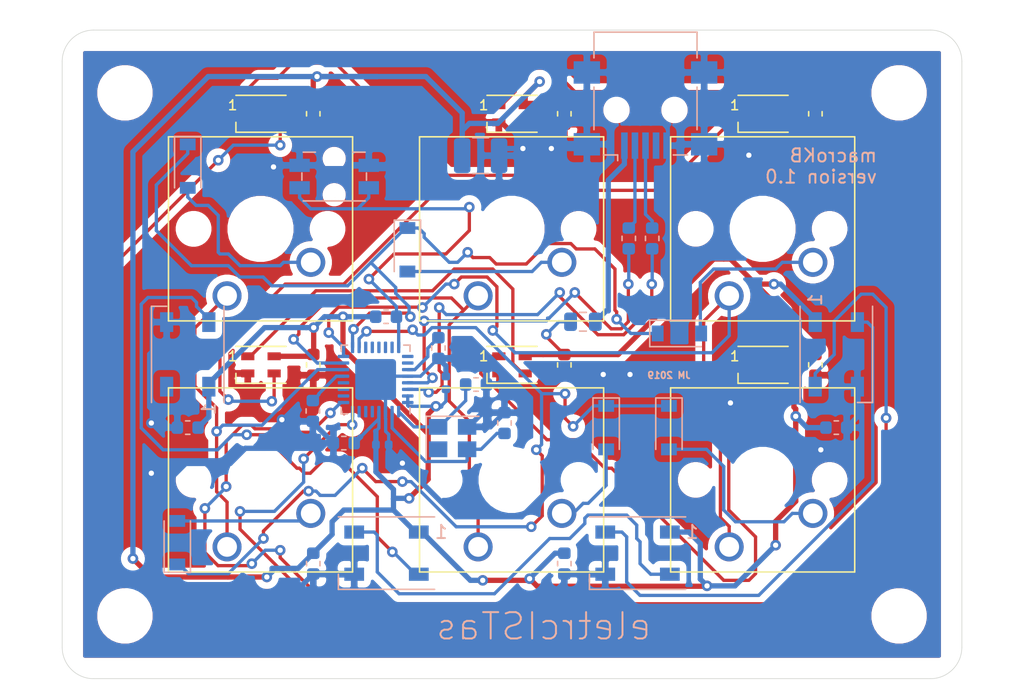
<source format=kicad_pcb>
(kicad_pcb (version 20171130) (host pcbnew 5.1.2-f72e74a~84~ubuntu18.04.1)
  (layers (0 F.Cu signal) (31 B.Cu signal) (34 B.Paste user) (35 F.Paste user) (36 B.SilkS user) (37 F.SilkS user) (38 B.Mask user) (39 F.Mask user) (44 Edge.Cuts user))
  (net 0 "")
  (net 1 GND)
  (net 2 "Net-(C1-Pad1)")
  (net 3 +5V)
  (net 4 ROW0)
  (net 5 "Net-(D1-Pad2)")
  (net 6 "Net-(D2-Pad2)")
  (net 7 "Net-(D3-Pad2)")
  (net 8 "Net-(D4-Pad2)")
  (net 9 ROW1)
  (net 10 "Net-(D5-Pad2)")
  (net 11 "Net-(D6-Pad2)")
  (net 12 VCC)
  (net 13 COL0)
  (net 14 COL1)
  (net 15 COL2)
  (net 16 "Net-(R1-Pad2)")
  (net 17 "Net-(R2-Pad1)")
  (net 18 D+)
  (net 19 D-)
  (net 20 "Net-(R3-Pad1)")
  (net 21 "Net-(R4-Pad2)")
  (net 22 "Net-(U1-Pad5)")
  (net 23 "Net-(U1-Pad6)")
  (net 24 "Net-(U1-Pad7)")
  (net 25 "Net-(U1-Pad10)")
  (net 26 "Net-(U1-Pad11)")
  (net 27 "Net-(U1-Pad12)")
  (net 28 "Net-(U1-Pad20)")
  (net 29 "Net-(U1-Pad21)")
  (net 30 "Net-(U1-Pad22)")
  (net 31 "Net-(U1-Pad23)")
  (net 32 "Net-(U1-Pad25)")
  (net 33 "Net-(U1-Pad26)")
  (net 34 "Net-(USB1-Pad4)")
  (net 35 "Net-(C5-Pad1)")
  (net 36 "Net-(C6-Pad1)")
  (net 37 "Net-(D7-Pad2)")
  (net 38 UNDERGLOW_LEDS)
  (net 39 "Net-(D8-Pad2)")
  (net 40 "Net-(D10-Pad4)")
  (net 41 "Net-(D10-Pad2)")
  (net 42 "Net-(D11-Pad1)")
  (net 43 KEY_LEDS)
  (net 44 "Net-(D12-Pad1)")
  (net 45 "Net-(D13-Pad1)")
  (net 46 "Net-(D14-Pad1)")
  (net 47 "Net-(D15-Pad1)")
  (net 48 "Net-(D16-Pad1)")
  (net 49 ROW2)
  (module Button_Switch_Keyboard:SW_Cherry_MX_1.00u_PCB (layer F.Cu) (at 131.445 95.28175 180)
    (fp_text reference MX2 hide)
    (fp_text value MX-1U)
    (pad "" np_thru_hole circle (at 2.54 5.08 180) (size 1.7 1.7) (drill 1.7) (layers *.Cu *.Mask))
    (pad "" np_thru_hole circle (at -7.62 5.08 180) (size 1.7 1.7) (drill 1.7) (layers *.Cu *.Mask))
    (pad "" np_thru_hole circle (at -2.54 5.08 180) (size 4 4) (drill 4) (layers *.Cu *.Mask))
    (pad 2 thru_hole circle (at -6.35 2.54 180) (size 2.2 2.2) (drill 1.5) (layers *.Cu *.Mask) (net 6 "Net-(D2-Pad2)"))
    (pad 1 thru_hole circle (at 0 0 180) (size 2.2 2.2) (drill 1.5) (layers *.Cu *.Mask) (net 14 COL1))
  )
  (module MountingHole:MountingHole_3.2mm_M3 (layer F.Cu) (at 104.648 119.5705)
    (fp_text reference REF** hide)
    (fp_text value MountingHole_3.2mm_M3)
    (pad 1 np_thru_hole circle (at 0 0) (size 3.2 3.2) (drill 3.2) (layers *.Cu *.Mask))
  )
  (module MountingHole:MountingHole_3.2mm_M3 (layer F.Cu) (at 163.3855 119.5705)
    (fp_text reference REF** hide)
    (fp_text value MountingHole_3.2mm_M3)
    (pad 1 np_thru_hole circle (at 0 0) (size 3.2 3.2) (drill 3.2) (layers *.Cu *.Mask))
  )
  (module MountingHole:MountingHole_3.2mm_M3 (layer F.Cu) (at 163.3855 79.883)
    (fp_text reference REF** hide)
    (fp_text value MountingHole_3.2mm_M3)
    (pad 1 np_thru_hole circle (at 0 0) (size 3.2 3.2) (drill 3.2) (layers *.Cu *.Mask))
  )
  (module MountingHole:MountingHole_3.2mm_M3 (layer F.Cu) (at 104.648 79.883)
    (fp_text reference REF** hide)
    (fp_text value MountingHole_3.2mm_M3)
    (pad 1 np_thru_hole circle (at 0 0) (size 3.2 3.2) (drill 3.2) (layers *.Cu *.Mask))
  )
  (module Capacitor_SMD:C_0603_1608Metric (layer B.Cu) (at 128.42875 99.24425 270)
    (fp_text reference C1 hide)
    (fp_text value 1uF)
    (pad 1 smd roundrect (at -0.7875 0 270) (size 0.875 0.95) (layers B.Cu B.Paste B.Mask) (net 2 "Net-(C1-Pad1)"))
    (pad 2 smd roundrect (at 0.7875 0 270) (size 0.875 0.95) (layers B.Cu B.Paste B.Mask) (net 1 GND))
  )
  (module Capacitor_SMD:C_0402_1005Metric (layer B.Cu) (at 129.00025 101.88575 90)
    (fp_text reference C2 hide)
    (fp_text value 0.1uF)
    (pad 1 smd roundrect (at -0.485 0 90) (size 0.59 0.64) (layers B.Cu B.Paste B.Mask) (net 3 +5V))
    (pad 2 smd roundrect (at 0.485 0 90) (size 0.59 0.64) (layers B.Cu B.Paste B.Mask) (net 1 GND))
  )
  (module Capacitor_SMD:C_0402_1005Metric (layer B.Cu) (at 124.17425 106.58475)
    (fp_text reference C3 hide)
    (fp_text value 0.1uF)
    (pad 2 smd roundrect (at 0.485 0) (size 0.59 0.64) (layers B.Cu B.Paste B.Mask) (net 1 GND))
    (pad 1 smd roundrect (at -0.485 0) (size 0.59 0.64) (layers B.Cu B.Paste B.Mask) (net 3 +5V))
  )
  (module Capacitor_SMD:C_0603_1608Metric (layer B.Cu) (at 121.25325 106.45775 180)
    (fp_text reference C4 hide)
    (fp_text value 10uF)
    (pad 2 smd roundrect (at 0.7875 0 180) (size 0.875 0.95) (layers B.Cu B.Paste B.Mask) (net 1 GND))
    (pad 1 smd roundrect (at -0.7875 0 180) (size 0.875 0.95) (layers B.Cu B.Paste B.Mask) (net 3 +5V))
  )
  (module Diode_SMD:D_SOD-123 (layer B.Cu) (at 109.4105 85.43925 270)
    (fp_text reference D1 hide)
    (fp_text value SOD-123)
    (pad 1 smd rect (at -1.65 0 270) (size 0.9 1.2) (layers B.Cu B.Paste B.Mask) (net 4 ROW0))
    (pad 2 smd rect (at 1.65 0 270) (size 0.9 1.2) (layers B.Cu B.Paste B.Mask) (net 5 "Net-(D1-Pad2)"))
  )
  (module Diode_SMD:D_SOD-123 (layer B.Cu) (at 126.07925 91.78925 270)
    (fp_text reference D2 hide)
    (fp_text value SOD-123)
    (pad 2 smd rect (at 1.65 0 270) (size 0.9 1.2) (layers B.Cu B.Paste B.Mask) (net 6 "Net-(D2-Pad2)"))
    (pad 1 smd rect (at -1.65 0 270) (size 0.9 1.2) (layers B.Cu B.Paste B.Mask) (net 4 ROW0))
  )
  (module Diode_SMD:D_SOD-123 (layer B.Cu) (at 146.71675 98.13925)
    (fp_text reference D3 hide)
    (fp_text value SOD-123)
    (pad 1 smd rect (at -1.65 0) (size 0.9 1.2) (layers B.Cu B.Paste B.Mask) (net 4 ROW0))
    (pad 2 smd rect (at 1.65 0) (size 0.9 1.2) (layers B.Cu B.Paste B.Mask) (net 7 "Net-(D3-Pad2)"))
  )
  (module Diode_SMD:D_SOD-123 (layer B.Cu) (at 108.61675 114.01425 90)
    (fp_text reference D4 hide)
    (fp_text value SOD-123)
    (pad 1 smd rect (at -1.65 0 90) (size 0.9 1.2) (layers B.Cu B.Paste B.Mask) (net 9 ROW1))
    (pad 2 smd rect (at 1.65 0 90) (size 0.9 1.2) (layers B.Cu B.Paste B.Mask) (net 8 "Net-(D4-Pad2)"))
  )
  (module Diode_SMD:D_SOD-123 (layer B.Cu) (at 141.1605 105.283 270)
    (fp_text reference D5 hide)
    (fp_text value SOD-123)
    (pad 2 smd rect (at 1.65 0 270) (size 0.9 1.2) (layers B.Cu B.Paste B.Mask) (net 10 "Net-(D5-Pad2)"))
    (pad 1 smd rect (at -1.65 0 270) (size 0.9 1.2) (layers B.Cu B.Paste B.Mask) (net 9 ROW1))
  )
  (module Diode_SMD:D_SOD-123 (layer B.Cu) (at 145.923 105.283 270)
    (fp_text reference D6 hide)
    (fp_text value SOD-123)
    (pad 2 smd rect (at 1.65 0 270) (size 0.9 1.2) (layers B.Cu B.Paste B.Mask) (net 11 "Net-(D6-Pad2)"))
    (pad 1 smd rect (at -1.65 0 270) (size 0.9 1.2) (layers B.Cu B.Paste B.Mask) (net 9 ROW1))
  )
  (module Fuse:Fuse_0805_2012Metric (layer B.Cu) (at 139.3975 97.25025)
    (fp_text reference F1 hide)
    (fp_text value Polyfuse)
    (pad 2 smd roundrect (at 0.9375 0) (size 0.975 1.4) (layers B.Cu B.Paste B.Mask) (net 12 VCC))
    (pad 1 smd roundrect (at -0.9375 0) (size 0.975 1.4) (layers B.Cu B.Paste B.Mask) (net 3 +5V))
  )
  (module Resistor_SMD:R_0603_1608Metric (layer B.Cu) (at 124.46 96.86925)
    (fp_text reference R1 hide)
    (fp_text value 10K)
    (pad 2 smd roundrect (at 0.7875 0) (size 0.875 0.95) (layers B.Cu B.Paste B.Mask) (net 16 "Net-(R1-Pad2)"))
    (pad 1 smd roundrect (at -0.7875 0) (size 0.875 0.95) (layers B.Cu B.Paste B.Mask) (net 3 +5V))
  )
  (module Resistor_SMD:R_0603_1608Metric (layer B.Cu) (at 142.875 90.92575 90)
    (fp_text reference R2 hide)
    (fp_text value 22)
    (pad 2 smd roundrect (at 0.7875 0 90) (size 0.875 0.95) (layers B.Cu B.Paste B.Mask) (net 18 D+))
    (pad 1 smd roundrect (at -0.7875 0 90) (size 0.875 0.95) (layers B.Cu B.Paste B.Mask) (net 17 "Net-(R2-Pad1)"))
  )
  (module Resistor_SMD:R_0603_1608Metric (layer B.Cu) (at 144.653 90.92575 90)
    (fp_text reference R3 hide)
    (fp_text value 22)
    (pad 1 smd roundrect (at -0.7875 0 90) (size 0.875 0.95) (layers B.Cu B.Paste B.Mask) (net 20 "Net-(R3-Pad1)"))
    (pad 2 smd roundrect (at 0.7875 0 90) (size 0.875 0.95) (layers B.Cu B.Paste B.Mask) (net 19 D-))
  )
  (module Resistor_SMD:R_0603_1608Metric (layer B.Cu) (at 118.90375 104.01925 90)
    (fp_text reference R4 hide)
    (fp_text value 10K)
    (pad 2 smd roundrect (at 0.7875 0 90) (size 0.875 0.95) (layers B.Cu B.Paste B.Mask) (net 21 "Net-(R4-Pad2)"))
    (pad 1 smd roundrect (at -0.7875 0 90) (size 0.875 0.95) (layers B.Cu B.Paste B.Mask) (net 1 GND))
  )
  (module Package_DFN_QFN:QFN-32-1EP_5x5mm_P0.5mm_EP3.1x3.1mm (layer B.Cu) (at 123.66625 101.63175 90)
    (fp_text reference U1 hide)
    (fp_text value ATmega32U2-MU)
    (pad 32 smd roundrect (at -1.75 2.4375 90) (size 0.25 0.875) (layers B.Cu B.Paste B.Mask) (net 3 +5V))
    (pad 31 smd roundrect (at -1.25 2.4375 90) (size 0.25 0.875) (layers B.Cu B.Paste B.Mask) (net 3 +5V))
    (pad 30 smd roundrect (at -0.75 2.4375 90) (size 0.25 0.875) (layers B.Cu B.Paste B.Mask) (net 20 "Net-(R3-Pad1)"))
    (pad 29 smd roundrect (at -0.25 2.4375 90) (size 0.25 0.875) (layers B.Cu B.Paste B.Mask) (net 17 "Net-(R2-Pad1)"))
    (pad 28 smd roundrect (at 0.25 2.4375 90) (size 0.25 0.875) (layers B.Cu B.Paste B.Mask) (net 1 GND))
    (pad 27 smd roundrect (at 0.75 2.4375 90) (size 0.25 0.875) (layers B.Cu B.Paste B.Mask) (net 2 "Net-(C1-Pad1)"))
    (pad 26 smd roundrect (at 1.25 2.4375 90) (size 0.25 0.875) (layers B.Cu B.Paste B.Mask) (net 33 "Net-(U1-Pad26)"))
    (pad 25 smd roundrect (at 1.75 2.4375 90) (size 0.25 0.875) (layers B.Cu B.Paste B.Mask) (net 32 "Net-(U1-Pad25)"))
    (pad 24 smd roundrect (at 2.4375 1.75 90) (size 0.875 0.25) (layers B.Cu B.Paste B.Mask) (net 16 "Net-(R1-Pad2)"))
    (pad 23 smd roundrect (at 2.4375 1.25 90) (size 0.875 0.25) (layers B.Cu B.Paste B.Mask) (net 31 "Net-(U1-Pad23)"))
    (pad 22 smd roundrect (at 2.4375 0.75 90) (size 0.875 0.25) (layers B.Cu B.Paste B.Mask) (net 30 "Net-(U1-Pad22)"))
    (pad 21 smd roundrect (at 2.4375 0.25 90) (size 0.875 0.25) (layers B.Cu B.Paste B.Mask) (net 29 "Net-(U1-Pad21)"))
    (pad 20 smd roundrect (at 2.4375 -0.25 90) (size 0.875 0.25) (layers B.Cu B.Paste B.Mask) (net 28 "Net-(U1-Pad20)"))
    (pad 19 smd roundrect (at 2.4375 -0.75 90) (size 0.875 0.25) (layers B.Cu B.Paste B.Mask) (net 49 ROW2))
    (pad 18 smd roundrect (at 2.4375 -1.25 90) (size 0.875 0.25) (layers B.Cu B.Paste B.Mask) (net 9 ROW1))
    (pad 17 smd roundrect (at 2.4375 -1.75 90) (size 0.875 0.25) (layers B.Cu B.Paste B.Mask) (net 4 ROW0))
    (pad 16 smd roundrect (at 1.75 -2.4375 90) (size 0.25 0.875) (layers B.Cu B.Paste B.Mask) (net 15 COL2))
    (pad 15 smd roundrect (at 1.25 -2.4375 90) (size 0.25 0.875) (layers B.Cu B.Paste B.Mask) (net 14 COL1))
    (pad 14 smd roundrect (at 0.75 -2.4375 90) (size 0.25 0.875) (layers B.Cu B.Paste B.Mask) (net 13 COL0))
    (pad 13 smd roundrect (at 0.25 -2.4375 90) (size 0.25 0.875) (layers B.Cu B.Paste B.Mask) (net 21 "Net-(R4-Pad2)"))
    (pad 12 smd roundrect (at -0.25 -2.4375 90) (size 0.25 0.875) (layers B.Cu B.Paste B.Mask) (net 27 "Net-(U1-Pad12)"))
    (pad 11 smd roundrect (at -0.75 -2.4375 90) (size 0.25 0.875) (layers B.Cu B.Paste B.Mask) (net 26 "Net-(U1-Pad11)"))
    (pad 10 smd roundrect (at -1.25 -2.4375 90) (size 0.25 0.875) (layers B.Cu B.Paste B.Mask) (net 25 "Net-(U1-Pad10)"))
    (pad 9 smd roundrect (at -1.75 -2.4375 90) (size 0.25 0.875) (layers B.Cu B.Paste B.Mask) (net 38 UNDERGLOW_LEDS))
    (pad 8 smd roundrect (at -2.4375 -1.75 90) (size 0.875 0.25) (layers B.Cu B.Paste B.Mask) (net 43 KEY_LEDS))
    (pad 7 smd roundrect (at -2.4375 -1.25 90) (size 0.875 0.25) (layers B.Cu B.Paste B.Mask) (net 24 "Net-(U1-Pad7)"))
    (pad 6 smd roundrect (at -2.4375 -0.75 90) (size 0.875 0.25) (layers B.Cu B.Paste B.Mask) (net 23 "Net-(U1-Pad6)"))
    (pad 5 smd roundrect (at -2.4375 -0.25 90) (size 0.875 0.25) (layers B.Cu B.Paste B.Mask) (net 22 "Net-(U1-Pad5)"))
    (pad 4 smd roundrect (at -2.4375 0.25 90) (size 0.875 0.25) (layers B.Cu B.Paste B.Mask) (net 3 +5V))
    (pad 3 smd roundrect (at -2.4375 0.75 90) (size 0.875 0.25) (layers B.Cu B.Paste B.Mask) (net 1 GND))
    (pad 2 smd roundrect (at -2.4375 1.25 90) (size 0.875 0.25) (layers B.Cu B.Paste B.Mask) (net 36 "Net-(C6-Pad1)"))
    (pad 1 smd roundrect (at -2.4375 1.75 90) (size 0.875 0.25) (layers B.Cu B.Paste B.Mask) (net 35 "Net-(C5-Pad1)"))
    (pad 33 smd roundrect (at 0 0 90) (size 3.1 3.1) (layers B.Cu B.Mask) (roundrect_rratio 0.08064499999999999) (net 1 GND))
  )
  (module Connector_USB:USB_Mini-B_Lumberg_2486_01_Horizontal (layer B.Cu) (at 144.145 81.18475)
    (fp_text reference USB1 hide)
    (fp_text value "Mini B")
    (pad "" np_thru_hole circle (at 2.2 0) (size 1 1) (drill 1) (layers *.Cu *.Mask))
    (pad "" np_thru_hole circle (at -2.2 0) (size 1 1) (drill 1) (layers *.Cu *.Mask))
    (pad 6 smd rect (at 4.45 -2.85) (size 2 1.7) (layers B.Cu B.Paste B.Mask) (net 1 GND))
    (pad 6 smd rect (at 4.45 2.6) (size 2 1.7) (layers B.Cu B.Paste B.Mask) (net 1 GND))
    (pad 6 smd rect (at -4.45 -2.85) (size 2 1.7) (layers B.Cu B.Paste B.Mask) (net 1 GND))
    (pad 6 smd rect (at -4.45 2.6) (size 2 1.7) (layers B.Cu B.Paste B.Mask) (net 1 GND))
    (pad 5 smd rect (at 1.6 2.7) (size 0.5 2) (layers B.Cu B.Paste B.Mask) (net 1 GND))
    (pad 4 smd rect (at 0.8 2.7) (size 0.5 2) (layers B.Cu B.Paste B.Mask) (net 34 "Net-(USB1-Pad4)"))
    (pad 3 smd rect (at 0 2.7) (size 0.5 2) (layers B.Cu B.Paste B.Mask) (net 19 D-))
    (pad 2 smd rect (at -0.8 2.7) (size 0.5 2) (layers B.Cu B.Paste B.Mask) (net 18 D+))
    (pad 1 smd rect (at -1.6 2.7) (size 0.5 2) (layers B.Cu B.Paste B.Mask) (net 12 VCC))
  )
  (module Button_Switch_Keyboard:SW_Cherry_MX_1.00u_PCB (layer F.Cu) (at 112.395 95.28175 180)
    (fp_text reference MX1 hide)
    (fp_text value MX-1U)
    (pad 1 thru_hole circle (at 0 0 180) (size 2.2 2.2) (drill 1.5) (layers *.Cu *.Mask) (net 13 COL0))
    (pad 2 thru_hole circle (at -6.35 2.54 180) (size 2.2 2.2) (drill 1.5) (layers *.Cu *.Mask) (net 5 "Net-(D1-Pad2)"))
    (pad "" np_thru_hole circle (at -2.54 5.08 180) (size 4 4) (drill 4) (layers *.Cu *.Mask))
    (pad "" np_thru_hole circle (at -7.62 5.08 180) (size 1.7 1.7) (drill 1.7) (layers *.Cu *.Mask))
    (pad "" np_thru_hole circle (at 2.54 5.08 180) (size 1.7 1.7) (drill 1.7) (layers *.Cu *.Mask))
  )
  (module Button_Switch_Keyboard:SW_Cherry_MX_1.00u_PCB (layer F.Cu) (at 150.495 95.28175 180)
    (fp_text reference MX3 hide)
    (fp_text value MX-1U)
    (pad 1 thru_hole circle (at 0 0 180) (size 2.2 2.2) (drill 1.5) (layers *.Cu *.Mask) (net 15 COL2))
    (pad 2 thru_hole circle (at -6.35 2.54 180) (size 2.2 2.2) (drill 1.5) (layers *.Cu *.Mask) (net 7 "Net-(D3-Pad2)"))
    (pad "" np_thru_hole circle (at -2.54 5.08 180) (size 4 4) (drill 4) (layers *.Cu *.Mask))
    (pad "" np_thru_hole circle (at -7.62 5.08 180) (size 1.7 1.7) (drill 1.7) (layers *.Cu *.Mask))
    (pad "" np_thru_hole circle (at 2.54 5.08 180) (size 1.7 1.7) (drill 1.7) (layers *.Cu *.Mask))
  )
  (module Button_Switch_Keyboard:SW_Cherry_MX_1.00u_PCB (layer F.Cu) (at 112.395 114.33175 180)
    (fp_text reference MX4 hide)
    (fp_text value MX-1U)
    (pad "" np_thru_hole circle (at 2.54 5.08 180) (size 1.7 1.7) (drill 1.7) (layers *.Cu *.Mask))
    (pad "" np_thru_hole circle (at -7.62 5.08 180) (size 1.7 1.7) (drill 1.7) (layers *.Cu *.Mask))
    (pad "" np_thru_hole circle (at -2.54 5.08 180) (size 4 4) (drill 4) (layers *.Cu *.Mask))
    (pad 2 thru_hole circle (at -6.35 2.54 180) (size 2.2 2.2) (drill 1.5) (layers *.Cu *.Mask) (net 8 "Net-(D4-Pad2)"))
    (pad 1 thru_hole circle (at 0 0 180) (size 2.2 2.2) (drill 1.5) (layers *.Cu *.Mask) (net 13 COL0))
  )
  (module Button_Switch_Keyboard:SW_Cherry_MX_1.00u_PCB (layer F.Cu) (at 131.445 114.33175 180)
    (fp_text reference MX5 hide)
    (fp_text value MX-1U)
    (pad 1 thru_hole circle (at 0 0 180) (size 2.2 2.2) (drill 1.5) (layers *.Cu *.Mask) (net 14 COL1))
    (pad 2 thru_hole circle (at -6.35 2.54 180) (size 2.2 2.2) (drill 1.5) (layers *.Cu *.Mask) (net 10 "Net-(D5-Pad2)"))
    (pad "" np_thru_hole circle (at -2.54 5.08 180) (size 4 4) (drill 4) (layers *.Cu *.Mask))
    (pad "" np_thru_hole circle (at -7.62 5.08 180) (size 1.7 1.7) (drill 1.7) (layers *.Cu *.Mask))
    (pad "" np_thru_hole circle (at 2.54 5.08 180) (size 1.7 1.7) (drill 1.7) (layers *.Cu *.Mask))
  )
  (module Button_Switch_Keyboard:SW_Cherry_MX_1.00u_PCB (layer F.Cu) (at 150.495 114.33175 180)
    (fp_text reference MX6 hide)
    (fp_text value MX-1U)
    (pad "" np_thru_hole circle (at 2.54 5.08 180) (size 1.7 1.7) (drill 1.7) (layers *.Cu *.Mask))
    (pad "" np_thru_hole circle (at -7.62 5.08 180) (size 1.7 1.7) (drill 1.7) (layers *.Cu *.Mask))
    (pad "" np_thru_hole circle (at -2.54 5.08 180) (size 4 4) (drill 4) (layers *.Cu *.Mask))
    (pad 2 thru_hole circle (at -6.35 2.54 180) (size 2.2 2.2) (drill 1.5) (layers *.Cu *.Mask) (net 11 "Net-(D6-Pad2)"))
    (pad 1 thru_hole circle (at 0 0 180) (size 2.2 2.2) (drill 1.5) (layers *.Cu *.Mask) (net 15 COL2))
  )
  (module Crystal:Crystal_SMD_3225-4Pin_3.2x2.5mm (layer B.Cu) (at 129.50825 106.07675)
    (fp_text reference Y1 hide)
    (fp_text value "16MHz 18pF")
    (pad 1 smd rect (at -1.1 -0.85) (size 1.4 1.2) (layers B.Cu B.Paste B.Mask) (net 35 "Net-(C5-Pad1)"))
    (pad 2 smd rect (at 1.1 -0.85) (size 1.4 1.2) (layers B.Cu B.Paste B.Mask) (net 1 GND))
    (pad 3 smd rect (at 1.1 0.85) (size 1.4 1.2) (layers B.Cu B.Paste B.Mask) (net 36 "Net-(C6-Pad1)"))
    (pad 4 smd rect (at -1.1 0.85) (size 1.4 1.2) (layers B.Cu B.Paste B.Mask))
  )
  (module Capacitor_SMD:C_0603_1608Metric (layer B.Cu) (at 131.28625 102.01275)
    (fp_text reference C5 hide)
    (fp_text value 22pF)
    (pad 1 smd roundrect (at -0.7875 0) (size 0.875 0.95) (layers B.Cu B.Paste B.Mask) (net 35 "Net-(C5-Pad1)"))
    (pad 2 smd roundrect (at 0.7875 0) (size 0.875 0.95) (layers B.Cu B.Paste B.Mask) (net 1 GND))
  )
  (module Capacitor_SMD:C_0603_1608Metric (layer B.Cu) (at 133.44525 104.93375 90)
    (fp_text reference C6 hide)
    (fp_text value 22pF)
    (pad 2 smd roundrect (at 0.7875 0 90) (size 0.875 0.95) (layers B.Cu B.Paste B.Mask) (net 1 GND))
    (pad 1 smd roundrect (at -0.7875 0 90) (size 0.875 0.95) (layers B.Cu B.Paste B.Mask) (net 36 "Net-(C6-Pad1)"))
  )
  (module Button_Switch_SMD:Panasonic_EVQPUL_EVQPUC (layer B.Cu) (at 120.523 86.233 180)
    (fp_text reference SW1 hide)
    (fp_text value SW_Push)
    (pad 2 smd rect (at 2.625 -0.85) (size 1.55 1) (layers B.Cu B.Paste B.Mask) (net 16 "Net-(R1-Pad2)"))
    (pad 2 smd rect (at -2.625 -0.85) (size 1.55 1) (layers B.Cu B.Paste B.Mask) (net 16 "Net-(R1-Pad2)"))
    (pad 1 smd rect (at -2.625 0.85) (size 1.55 1) (layers B.Cu B.Paste B.Mask) (net 1 GND))
    (pad 1 smd rect (at 2.625 0.85) (size 1.55 1) (layers B.Cu B.Paste B.Mask) (net 1 GND))
    (pad "" np_thru_hole circle (at 0 -1.375) (size 0.75 0.75) (drill 0.75) (layers *.Cu *.Mask))
    (pad "" np_thru_hole circle (at 0 1.375) (size 0.75 0.75) (drill 0.75) (layers *.Cu *.Mask))
  )
  (module Capacitor_SMD:C_0603_1608Metric (layer B.Cu) (at 158.623 105.283)
    (fp_text reference C7 hide)
    (fp_text value 0.1uF)
    (pad 1 smd roundrect (at -0.7875 0) (size 0.875 0.95) (layers B.Cu B.Paste B.Mask) (net 3 +5V))
    (pad 2 smd roundrect (at 0.7875 0) (size 0.875 0.95) (layers B.Cu B.Paste B.Mask) (net 1 GND))
  )
  (module Capacitor_SMD:C_0603_1608Metric (layer B.Cu) (at 137.9855 115.60175 270)
    (fp_text reference C8 hide)
    (fp_text value 0.1uF)
    (pad 2 smd roundrect (at 0.7875 0 270) (size 0.875 0.95) (layers B.Cu B.Paste B.Mask) (net 1 GND))
    (pad 1 smd roundrect (at -0.7875 0 270) (size 0.875 0.95) (layers B.Cu B.Paste B.Mask) (net 3 +5V))
  )
  (module Capacitor_SMD:C_0603_1608Metric (layer B.Cu) (at 118.9355 115.60175 270)
    (fp_text reference C9 hide)
    (fp_text value 0.1uF)
    (pad 1 smd roundrect (at -0.7875 0 270) (size 0.875 0.95) (layers B.Cu B.Paste B.Mask) (net 3 +5V))
    (pad 2 smd roundrect (at 0.7875 0 270) (size 0.875 0.95) (layers B.Cu B.Paste B.Mask) (net 1 GND))
  )
  (module Capacitor_SMD:C_0603_1608Metric (layer B.Cu) (at 109.4105 105.283 180)
    (fp_text reference C10 hide)
    (fp_text value 0.1uF)
    (pad 2 smd roundrect (at 0.7875 0 180) (size 0.875 0.95) (layers B.Cu B.Paste B.Mask) (net 1 GND))
    (pad 1 smd roundrect (at -0.7875 0 180) (size 0.875 0.95) (layers B.Cu B.Paste B.Mask) (net 3 +5V))
  )
  (module Capacitor_SMD:C_0603_1608Metric (layer F.Cu) (at 118.9355 81.4705 270)
    (fp_text reference C11 hide)
    (fp_text value 0.1uF)
    (pad 2 smd roundrect (at 0.7875 0 270) (size 0.875 0.95) (layers F.Cu F.Paste F.Mask) (net 1 GND))
    (pad 1 smd roundrect (at -0.7875 0 270) (size 0.875 0.95) (layers F.Cu F.Paste F.Mask) (net 3 +5V))
  )
  (module Capacitor_SMD:C_0603_1608Metric (layer F.Cu) (at 137.9855 81.4705 270)
    (fp_text reference C12 hide)
    (fp_text value 0.1uF)
    (pad 1 smd roundrect (at -0.7875 0 270) (size 0.875 0.95) (layers F.Cu F.Paste F.Mask) (net 3 +5V))
    (pad 2 smd roundrect (at 0.7875 0 270) (size 0.875 0.95) (layers F.Cu F.Paste F.Mask) (net 1 GND))
  )
  (module Capacitor_SMD:C_0603_1608Metric (layer F.Cu) (at 157.0355 81.4705 270)
    (fp_text reference C13 hide)
    (fp_text value 0.1uF)
    (pad 1 smd roundrect (at -0.7875 0 270) (size 0.875 0.95) (layers F.Cu F.Paste F.Mask) (net 3 +5V))
    (pad 2 smd roundrect (at 0.7875 0 270) (size 0.875 0.95) (layers F.Cu F.Paste F.Mask) (net 1 GND))
  )
  (module Capacitor_SMD:C_0603_1608Metric (layer F.Cu) (at 118.9355 100.5205 270)
    (fp_text reference C14 hide)
    (fp_text value 0.1uF)
    (pad 2 smd roundrect (at 0.7875 0 270) (size 0.875 0.95) (layers F.Cu F.Paste F.Mask) (net 1 GND))
    (pad 1 smd roundrect (at -0.7875 0 270) (size 0.875 0.95) (layers F.Cu F.Paste F.Mask) (net 3 +5V))
  )
  (module Capacitor_SMD:C_0603_1608Metric (layer F.Cu) (at 137.9855 100.52675 270)
    (fp_text reference C15 hide)
    (fp_text value 0.1uF)
    (pad 1 smd roundrect (at -0.7875 0 270) (size 0.875 0.95) (layers F.Cu F.Paste F.Mask) (net 3 +5V))
    (pad 2 smd roundrect (at 0.7875 0 270) (size 0.875 0.95) (layers F.Cu F.Paste F.Mask) (net 1 GND))
  )
  (module Capacitor_SMD:C_0603_1608Metric (layer F.Cu) (at 157.0355 100.5205 270)
    (fp_text reference C16 hide)
    (fp_text value 0.1uF)
    (pad 2 smd roundrect (at 0.7875 0 270) (size 0.875 0.95) (layers F.Cu F.Paste F.Mask) (net 1 GND))
    (pad 1 smd roundrect (at -0.7875 0 270) (size 0.875 0.95) (layers F.Cu F.Paste F.Mask) (net 3 +5V))
  )
  (module Capacitor_SMD:C_1210_3225Metric (layer B.Cu) (at 131.6355 84.6455 180)
    (fp_text reference C17 hide)
    (fp_text value 100uF)
    (pad 1 smd roundrect (at -1.4 0 180) (size 1.25 2.65) (layers B.Cu B.Paste B.Mask) (roundrect_rratio 0.2) (net 1 GND))
    (pad 2 smd roundrect (at 1.4 0 180) (size 1.25 2.65) (layers B.Cu B.Paste B.Mask) (roundrect_rratio 0.2) (net 3 +5V))
  )
  (module LED_SMD:LED_WS2812B_PLCC4_5.0x5.0mm_P3.2mm (layer B.Cu) (at 158.623 99.72675 270)
    (fp_text reference D7 hide)
    (fp_text value WS2812B)
    (fp_text user 1 (at -4.15 1.6 90) (layer B.SilkS) (effects (justify mirror)))
    (pad 1 smd rect (at -2.45 1.6 270) (size 1.5 1) (layers B.Cu B.Paste B.Mask) (net 3 +5V))
    (pad 2 smd rect (at -2.45 -1.6 270) (size 1.5 1) (layers B.Cu B.Paste B.Mask) (net 37 "Net-(D7-Pad2)"))
    (pad 4 smd rect (at 2.45 1.6 270) (size 1.5 1) (layers B.Cu B.Paste B.Mask) (net 38 UNDERGLOW_LEDS))
    (pad 3 smd rect (at 2.45 -1.6 270) (size 1.5 1) (layers B.Cu B.Paste B.Mask) (net 1 GND))
  )
  (module LED_SMD:LED_WS2812B_PLCC4_5.0x5.0mm_P3.2mm (layer B.Cu) (at 143.54175 114.808 180)
    (fp_text reference D8 hide)
    (fp_text value WS2812B)
    (fp_text user 1 (at -4.15 1.6) (layer B.SilkS) (effects (justify mirror)))
    (pad 1 smd rect (at -2.45 1.6 180) (size 1.5 1) (layers B.Cu B.Paste B.Mask) (net 3 +5V))
    (pad 2 smd rect (at -2.45 -1.6 180) (size 1.5 1) (layers B.Cu B.Paste B.Mask) (net 39 "Net-(D8-Pad2)"))
    (pad 4 smd rect (at 2.45 1.6 180) (size 1.5 1) (layers B.Cu B.Paste B.Mask) (net 37 "Net-(D7-Pad2)"))
    (pad 3 smd rect (at 2.45 -1.6 180) (size 1.5 1) (layers B.Cu B.Paste B.Mask) (net 1 GND))
  )
  (module LED_SMD:LED_WS2812B_PLCC4_5.0x5.0mm_P3.2mm (layer B.Cu) (at 124.49175 114.808 180)
    (fp_text reference D9 hide)
    (fp_text value WS2812B)
    (fp_text user 1 (at -4.15 1.6) (layer B.SilkS) (effects (justify mirror)))
    (pad 1 smd rect (at -2.45 1.6 180) (size 1.5 1) (layers B.Cu B.Paste B.Mask) (net 3 +5V))
    (pad 2 smd rect (at -2.45 -1.6 180) (size 1.5 1) (layers B.Cu B.Paste B.Mask) (net 40 "Net-(D10-Pad4)"))
    (pad 4 smd rect (at 2.45 1.6 180) (size 1.5 1) (layers B.Cu B.Paste B.Mask) (net 39 "Net-(D8-Pad2)"))
    (pad 3 smd rect (at 2.45 -1.6 180) (size 1.5 1) (layers B.Cu B.Paste B.Mask) (net 1 GND))
  )
  (module LED_SMD:LED_WS2812B_PLCC4_5.0x5.0mm_P3.2mm (layer B.Cu) (at 109.4105 99.72675 90)
    (fp_text reference D10 hide)
    (fp_text value WS2812B)
    (fp_text user 1 (at -4.15 1.6 90) (layer B.SilkS) (effects (justify mirror)))
    (pad 3 smd rect (at 2.45 -1.6 90) (size 1.5 1) (layers B.Cu B.Paste B.Mask) (net 1 GND))
    (pad 4 smd rect (at 2.45 1.6 90) (size 1.5 1) (layers B.Cu B.Paste B.Mask) (net 40 "Net-(D10-Pad4)"))
    (pad 2 smd rect (at -2.45 -1.6 90) (size 1.5 1) (layers B.Cu B.Paste B.Mask) (net 41 "Net-(D10-Pad2)"))
    (pad 1 smd rect (at -2.45 1.6 90) (size 1.5 1) (layers B.Cu B.Paste B.Mask) (net 3 +5V))
  )
  (module LED_SMD:LED_SK6805_PLCC4_2.4x2.7mm_P1.3mm (layer F.Cu) (at 114.96675 81.4705)
    (fp_text reference D11 hide)
    (fp_text value SK6805)
    (fp_text user 1 (at -2.15 -0.65) (layer F.SilkS) (effects (font (size 0.75 0.75) (thickness 0.12))))
    (pad 1 smd rect (at -1 -0.65) (size 1 0.6) (layers F.Cu F.Paste F.Mask) (net 42 "Net-(D11-Pad1)"))
    (pad 2 smd rect (at -1 0.65) (size 1 0.6) (layers F.Cu F.Paste F.Mask) (net 1 GND))
    (pad 4 smd rect (at 1 -0.65) (size 1 0.6) (layers F.Cu F.Paste F.Mask) (net 3 +5V))
    (pad 3 smd rect (at 1 0.65) (size 1 0.6) (layers F.Cu F.Paste F.Mask) (net 43 KEY_LEDS))
  )
  (module LED_SMD:LED_SK6805_PLCC4_2.4x2.7mm_P1.3mm (layer F.Cu) (at 134.01675 81.4705)
    (fp_text reference D12 hide)
    (fp_text value SK6805)
    (fp_text user 1 (at -2.15 -0.65) (layer F.SilkS) (effects (font (size 0.75 0.75) (thickness 0.12))))
    (pad 1 smd rect (at -1 -0.65) (size 1 0.6) (layers F.Cu F.Paste F.Mask) (net 44 "Net-(D12-Pad1)"))
    (pad 2 smd rect (at -1 0.65) (size 1 0.6) (layers F.Cu F.Paste F.Mask) (net 1 GND))
    (pad 4 smd rect (at 1 -0.65) (size 1 0.6) (layers F.Cu F.Paste F.Mask) (net 3 +5V))
    (pad 3 smd rect (at 1 0.65) (size 1 0.6) (layers F.Cu F.Paste F.Mask) (net 42 "Net-(D11-Pad1)"))
  )
  (module LED_SMD:LED_SK6805_PLCC4_2.4x2.7mm_P1.3mm (layer F.Cu) (at 153.06675 81.4705)
    (fp_text reference D13 hide)
    (fp_text value SK6805)
    (fp_text user 1 (at -2.15 -0.65) (layer F.SilkS) (effects (font (size 0.75 0.75) (thickness 0.12))))
    (pad 3 smd rect (at 1 0.65) (size 1 0.6) (layers F.Cu F.Paste F.Mask) (net 44 "Net-(D12-Pad1)"))
    (pad 4 smd rect (at 1 -0.65) (size 1 0.6) (layers F.Cu F.Paste F.Mask) (net 3 +5V))
    (pad 2 smd rect (at -1 0.65) (size 1 0.6) (layers F.Cu F.Paste F.Mask) (net 1 GND))
    (pad 1 smd rect (at -1 -0.65) (size 1 0.6) (layers F.Cu F.Paste F.Mask) (net 45 "Net-(D13-Pad1)"))
  )
  (module LED_SMD:LED_SK6805_PLCC4_2.4x2.7mm_P1.3mm (layer F.Cu) (at 114.96675 100.5205)
    (fp_text reference D14 hide)
    (fp_text value SK6805)
    (fp_text user 1 (at -2.15 -0.65) (layer F.SilkS) (effects (font (size 0.75 0.75) (thickness 0.12))))
    (pad 3 smd rect (at 1 0.65) (size 1 0.6) (layers F.Cu F.Paste F.Mask) (net 45 "Net-(D13-Pad1)"))
    (pad 4 smd rect (at 1 -0.65) (size 1 0.6) (layers F.Cu F.Paste F.Mask) (net 3 +5V))
    (pad 2 smd rect (at -1 0.65) (size 1 0.6) (layers F.Cu F.Paste F.Mask) (net 1 GND))
    (pad 1 smd rect (at -1 -0.65) (size 1 0.6) (layers F.Cu F.Paste F.Mask) (net 46 "Net-(D14-Pad1)"))
  )
  (module LED_SMD:LED_SK6805_PLCC4_2.4x2.7mm_P1.3mm (layer F.Cu) (at 134.01675 100.5205)
    (fp_text reference D15 hide)
    (fp_text value SK6805)
    (fp_text user 1 (at -2.15 -0.65) (layer F.SilkS) (effects (font (size 0.75 0.75) (thickness 0.12))))
    (pad 1 smd rect (at -1 -0.65) (size 1 0.6) (layers F.Cu F.Paste F.Mask) (net 47 "Net-(D15-Pad1)"))
    (pad 2 smd rect (at -1 0.65) (size 1 0.6) (layers F.Cu F.Paste F.Mask) (net 1 GND))
    (pad 4 smd rect (at 1 -0.65) (size 1 0.6) (layers F.Cu F.Paste F.Mask) (net 3 +5V))
    (pad 3 smd rect (at 1 0.65) (size 1 0.6) (layers F.Cu F.Paste F.Mask) (net 46 "Net-(D14-Pad1)"))
  )
  (module LED_SMD:LED_SK6805_PLCC4_2.4x2.7mm_P1.3mm (layer F.Cu) (at 153.06675 100.5205)
    (fp_text reference D16 hide)
    (fp_text value SK6805)
    (fp_text user 1 (at -2.15 -0.65) (layer F.SilkS) (effects (font (size 0.75 0.75) (thickness 0.12))))
    (pad 3 smd rect (at 1 0.65) (size 1 0.6) (layers F.Cu F.Paste F.Mask) (net 47 "Net-(D15-Pad1)"))
    (pad 4 smd rect (at 1 -0.65) (size 1 0.6) (layers F.Cu F.Paste F.Mask) (net 3 +5V))
    (pad 2 smd rect (at -1 0.65) (size 1 0.6) (layers F.Cu F.Paste F.Mask) (net 1 GND))
    (pad 1 smd rect (at -1 -0.65) (size 1 0.6) (layers F.Cu F.Paste F.Mask) (net 48 "Net-(D16-Pad1)"))
  )
  (gr_text "macroKB\nversion 1.0" (at 161.798 85.43925) (layer B.SilkS) (effects (font (size 1 1)) (justify left mirror)))
  (gr_text "JM 2019" (at 145.923 101.31425) (layer B.SilkS) (effects (font (size 0.5 0.5) (thickness 0.125)) (justify mirror)))
  (gr_text eletrcISTas (at 136.398 120.36425) (layer B.SilkS) (effects (font (size 2 2)) (justify mirror)))
  (gr_line (start 99.8855 77.50175) (end 99.8855 121.95175) (layer Edge.Cuts) (width 0.05))
  (gr_line (start 165.76675 124.333) (end 102.26675 124.333) (layer Edge.Cuts) (width 0.05))
  (gr_line (start 168.148 77.50175) (end 168.148 121.95175) (layer Edge.Cuts) (width 0.05))
  (gr_line (start 102.26675 75.1205) (end 165.76675 75.1205) (layer Edge.Cuts) (width 0.05))
  (gr_arc (start 102.26675 77.50175) (end 102.26675 75.1205) (angle -90) (layer Edge.Cuts) (width 0.05))
  (gr_arc (start 102.26675 121.95175) (end 99.8855 121.95175) (angle -90) (layer Edge.Cuts) (width 0.05))
  (gr_arc (start 165.76675 121.95175) (end 165.76675 124.333) (angle -90) (layer Edge.Cuts) (width 0.05))
  (gr_arc (start 165.76675 77.50175) (end 168.148 77.50175) (angle -90) (layer Edge.Cuts) (width 0.05))
  (segment (start 124.41625 104.60675) (end 124.42825 104.61875) (width 0.25) (layer B.Cu) (net 1))
  (segment (start 124.41625 104.06925) (end 124.41625 104.60675) (width 0.25) (layer B.Cu) (net 1))
  (segment (start 124.42825 104.61875) (end 124.42825 105.56875) (width 0.25) (layer B.Cu) (net 1))
  (segment (start 124.65925 105.79975) (end 124.65925 106.58475) (width 0.25) (layer B.Cu) (net 1))
  (segment (start 124.42825 105.56875) (end 124.65925 105.79975) (width 0.25) (layer B.Cu) (net 1))
  (segment (start 118.90375 104.89575) (end 120.46575 106.45775) (width 0.4) (layer B.Cu) (net 1))
  (segment (start 118.90375 104.80675) (end 118.90375 104.89575) (width 0.4) (layer B.Cu) (net 1))
  (segment (start 132.36475 105.22675) (end 133.44525 104.14625) (width 0.4) (layer B.Cu) (net 1))
  (segment (start 130.60825 105.22675) (end 132.36475 105.22675) (width 0.4) (layer B.Cu) (net 1))
  (segment (start 130.70825 105.22675) (end 130.60825 105.22675) (width 0.4) (layer B.Cu) (net 1))
  (segment (start 132.07375 103.86125) (end 130.70825 105.22675) (width 0.4) (layer B.Cu) (net 1))
  (segment (start 132.07375 102.01275) (end 132.07375 103.86125) (width 0.4) (layer B.Cu) (net 1))
  (segment (start 123.91625 101.38175) (end 123.66625 101.63175) (width 0.4) (layer B.Cu) (net 1))
  (segment (start 126.10375 101.38175) (end 123.91625 101.38175) (width 0.25) (layer B.Cu) (net 1))
  (segment (start 124.41625 102.38175) (end 123.66625 101.63175) (width 0.4) (layer B.Cu) (net 1))
  (segment (start 124.41625 104.06925) (end 124.41625 102.38175) (width 0.25) (layer B.Cu) (net 1))
  (via (at 151.98725 84.61375) (size 0.8) (drill 0.4) (layers F.Cu B.Cu) (net 1))
  (segment (start 152.06675 82.1205) (end 152.06675 84.53425) (width 0.4) (layer F.Cu) (net 1))
  (segment (start 152.06675 84.53425) (end 151.98725 84.61375) (width 0.4) (layer F.Cu) (net 1))
  (segment (start 149.06625 85.50275) (end 148.595 85.0315) (width 0.4) (layer B.Cu) (net 1))
  (segment (start 148.595 85.0315) (end 148.595 83.78475) (width 0.4) (layer B.Cu) (net 1))
  (segment (start 151.98725 84.61375) (end 151.09825 85.50275) (width 0.4) (layer B.Cu) (net 1))
  (segment (start 151.09825 85.50275) (end 149.06625 85.50275) (width 0.4) (layer B.Cu) (net 1))
  (segment (start 152.06675 82.6705) (end 152.867 83.47075) (width 0.4) (layer F.Cu) (net 1))
  (segment (start 152.06675 82.1205) (end 152.06675 82.6705) (width 0.4) (layer F.Cu) (net 1))
  (segment (start 155.82275 83.47075) (end 157.0355 82.258) (width 0.4) (layer F.Cu) (net 1))
  (segment (start 152.867 83.47075) (end 155.82275 83.47075) (width 0.4) (layer F.Cu) (net 1))
  (segment (start 148.595 83.78475) (end 148.595 78.33475) (width 0.4) (layer B.Cu) (net 1))
  (segment (start 139.695 78.33475) (end 139.695 83.78475) (width 0.4) (layer B.Cu) (net 1))
  (segment (start 139.695 78.33475) (end 148.595 78.33475) (width 0.4) (layer B.Cu) (net 1))
  (via (at 137.00125 84.10575) (size 0.8) (drill 0.4) (layers F.Cu B.Cu) (net 1))
  (segment (start 139.374 84.10575) (end 139.695 83.78475) (width 0.4) (layer B.Cu) (net 1))
  (segment (start 135.73125 84.10575) (end 139.374 84.10575) (width 0.4) (layer B.Cu) (net 1))
  (segment (start 133.57525 84.10575) (end 133.0355 84.6455) (width 0.4) (layer B.Cu) (net 1))
  (segment (start 137.00125 83.24225) (end 137.9855 82.258) (width 0.4) (layer F.Cu) (net 1))
  (segment (start 137.00125 84.10575) (end 137.00125 83.24225) (width 0.4) (layer F.Cu) (net 1))
  (segment (start 133.21675 82.1205) (end 134.84225 83.746) (width 0.4) (layer F.Cu) (net 1))
  (via (at 134.84225 84.10575) (size 0.8) (drill 0.4) (layers F.Cu B.Cu) (net 1))
  (segment (start 133.01675 82.1205) (end 133.21675 82.1205) (width 0.4) (layer F.Cu) (net 1))
  (segment (start 134.84225 83.746) (end 134.84225 84.10575) (width 0.4) (layer F.Cu) (net 1))
  (segment (start 135.73125 84.10575) (end 134.84225 84.10575) (width 0.4) (layer B.Cu) (net 1))
  (segment (start 134.84225 84.10575) (end 133.57525 84.10575) (width 0.4) (layer B.Cu) (net 1))
  (segment (start 113.96675 82.6705) (end 114.01425 82.718) (width 0.4) (layer F.Cu) (net 1))
  (segment (start 113.96675 82.1205) (end 113.96675 82.6705) (width 0.4) (layer F.Cu) (net 1))
  (segment (start 114.01425 82.718) (end 114.01425 83.59775) (width 0.4) (layer F.Cu) (net 1))
  (segment (start 114.01425 83.59775) (end 115.91925 85.50275) (width 0.4) (layer F.Cu) (net 1))
  (segment (start 115.91925 85.50275) (end 117.82425 85.50275) (width 0.4) (layer F.Cu) (net 1))
  (segment (start 119.169001 84.157999) (end 119.169001 83.037501) (width 0.4) (layer F.Cu) (net 1))
  (segment (start 117.82425 85.50275) (end 119.169001 84.157999) (width 0.4) (layer F.Cu) (net 1))
  (segment (start 118.9355 82.804) (end 118.9355 82.258) (width 0.4) (layer F.Cu) (net 1))
  (segment (start 119.169001 83.037501) (end 118.9355 82.804) (width 0.4) (layer F.Cu) (net 1))
  (segment (start 117.898 85.383) (end 116.039 85.383) (width 0.4) (layer B.Cu) (net 1))
  (via (at 115.91925 85.50275) (size 0.8) (drill 0.4) (layers F.Cu B.Cu) (net 1))
  (segment (start 116.039 85.383) (end 115.91925 85.50275) (width 0.4) (layer B.Cu) (net 1))
  (segment (start 133.01675 101.7205) (end 133.69 102.39375) (width 0.4) (layer F.Cu) (net 1))
  (segment (start 133.01675 101.1705) (end 133.01675 101.7205) (width 0.4) (layer F.Cu) (net 1))
  (segment (start 136.906 102.39375) (end 137.9855 101.31425) (width 0.4) (layer F.Cu) (net 1))
  (segment (start 133.69 102.39375) (end 136.906 102.39375) (width 0.4) (layer F.Cu) (net 1))
  (via (at 150.59025 103.40975) (size 0.8) (drill 0.4) (layers F.Cu B.Cu) (net 1))
  (segment (start 152.06675 101.1705) (end 152.06675 101.93325) (width 0.4) (layer F.Cu) (net 1))
  (segment (start 152.06675 101.93325) (end 150.59025 103.40975) (width 0.4) (layer F.Cu) (net 1))
  (segment (start 158.59125 106.96575) (end 159.4105 106.1465) (width 0.4) (layer B.Cu) (net 1))
  (segment (start 155.54325 106.20375) (end 156.30525 106.96575) (width 0.4) (layer B.Cu) (net 1))
  (segment (start 150.59025 103.40975) (end 153.38425 106.20375) (width 0.4) (layer B.Cu) (net 1))
  (segment (start 159.4105 106.1465) (end 159.4105 105.283) (width 0.4) (layer B.Cu) (net 1))
  (segment (start 153.38425 106.20375) (end 155.54325 106.20375) (width 0.4) (layer B.Cu) (net 1))
  (segment (start 160.223 104.4705) (end 160.223 102.17675) (width 0.4) (layer B.Cu) (net 1))
  (segment (start 159.4105 105.283) (end 160.223 104.4705) (width 0.4) (layer B.Cu) (net 1))
  (segment (start 117.44325 101.75875) (end 117.894 101.308) (width 0.4) (layer F.Cu) (net 1))
  (segment (start 113.96675 101.7205) (end 114.01425 101.768) (width 0.4) (layer F.Cu) (net 1))
  (segment (start 113.96675 101.1705) (end 113.96675 101.7205) (width 0.4) (layer F.Cu) (net 1))
  (segment (start 114.01425 101.768) (end 114.01425 103.79075) (width 0.4) (layer F.Cu) (net 1))
  (segment (start 114.90325 104.67975) (end 116.55425 104.67975) (width 0.4) (layer F.Cu) (net 1))
  (segment (start 117.894 101.308) (end 118.9355 101.308) (width 0.4) (layer F.Cu) (net 1))
  (segment (start 116.55425 104.67975) (end 117.44325 103.79075) (width 0.4) (layer F.Cu) (net 1))
  (via (at 116.55425 104.67975) (size 0.8) (drill 0.4) (layers F.Cu B.Cu) (net 1))
  (segment (start 118.90375 104.80675) (end 116.68125 104.80675) (width 0.4) (layer B.Cu) (net 1))
  (segment (start 116.68125 104.80675) (end 116.55425 104.67975) (width 0.4) (layer B.Cu) (net 1))
  (segment (start 141.073 116.38925) (end 141.09175 116.408) (width 0.4) (layer B.Cu) (net 1))
  (segment (start 137.9855 116.38925) (end 141.073 116.38925) (width 0.4) (layer B.Cu) (net 1))
  (segment (start 108.623 105.283) (end 108.0855 105.283) (width 0.4) (layer B.Cu) (net 1))
  (segment (start 107.8105 98.42675) (end 107.8105 97.27675) (width 0.4) (layer B.Cu) (net 1))
  (segment (start 106.52125 99.716) (end 107.8105 98.42675) (width 0.4) (layer B.Cu) (net 1))
  (segment (start 106.52125 103.71875) (end 106.52125 99.716) (width 0.4) (layer B.Cu) (net 1))
  (segment (start 123.423 85.383) (end 123.66975 85.62975) (width 0.4) (layer B.Cu) (net 1))
  (segment (start 123.148 85.383) (end 123.423 85.383) (width 0.4) (layer B.Cu) (net 1))
  (segment (start 123.66975 85.62975) (end 126.71425 85.62975) (width 0.4) (layer B.Cu) (net 1))
  (segment (start 126.71425 85.62975) (end 128.61925 87.53475) (width 0.4) (layer B.Cu) (net 1))
  (segment (start 130.14625 87.53475) (end 130.78125 86.89975) (width 0.4) (layer B.Cu) (net 1))
  (segment (start 128.61925 87.53475) (end 130.14625 87.53475) (width 0.4) (layer B.Cu) (net 1))
  (segment (start 130.78125 86.89975) (end 132.68325 86.89975) (width 0.4) (layer B.Cu) (net 1))
  (segment (start 133.0355 86.5475) (end 133.0355 84.6455) (width 0.4) (layer B.Cu) (net 1))
  (segment (start 132.68325 86.89975) (end 133.0355 86.5475) (width 0.4) (layer B.Cu) (net 1))
  (segment (start 122.04175 117.40625) (end 122.04175 116.408) (width 0.4) (layer B.Cu) (net 1))
  (segment (start 123.79325 119.15775) (end 122.04175 117.40625) (width 0.4) (layer B.Cu) (net 1))
  (segment (start 135.85825 119.15775) (end 123.79325 119.15775) (width 0.4) (layer B.Cu) (net 1))
  (segment (start 137.9855 116.38925) (end 137.9855 117.0305) (width 0.4) (layer B.Cu) (net 1))
  (segment (start 137.9855 117.0305) (end 135.85825 119.15775) (width 0.4) (layer B.Cu) (net 1))
  (segment (start 122.023 116.38925) (end 122.04175 116.408) (width 0.4) (layer B.Cu) (net 1))
  (segment (start 118.9355 116.38925) (end 122.023 116.38925) (width 0.4) (layer B.Cu) (net 1))
  (segment (start 119.534251 106.851749) (end 119.92825 106.45775) (width 0.4) (layer B.Cu) (net 1))
  (segment (start 112.632999 108.001749) (end 113.782999 106.851749) (width 0.4) (layer B.Cu) (net 1))
  (segment (start 119.92825 106.45775) (end 120.46575 106.45775) (width 0.4) (layer B.Cu) (net 1))
  (segment (start 113.782999 106.851749) (end 119.534251 106.851749) (width 0.4) (layer B.Cu) (net 1))
  (segment (start 118.9355 116.38925) (end 117.437 117.88775) (width 0.4) (layer B.Cu) (net 1))
  (segment (start 117.437 117.88775) (end 107.37075 117.88775) (width 0.4) (layer B.Cu) (net 1))
  (segment (start 106.60875 117.12575) (end 106.60875 110.647998) (width 0.4) (layer B.Cu) (net 1))
  (segment (start 109.254999 108.001749) (end 112.632999 108.001749) (width 0.4) (layer B.Cu) (net 1))
  (segment (start 107.37075 117.88775) (end 106.60875 117.12575) (width 0.4) (layer B.Cu) (net 1))
  (segment (start 106.60875 110.647998) (end 109.254999 108.001749) (width 0.4) (layer B.Cu) (net 1))
  (segment (start 157.0355 106.553) (end 157.44825 106.96575) (width 0.4) (layer F.Cu) (net 1))
  (segment (start 157.0355 101.308) (end 157.0355 106.553) (width 0.4) (layer F.Cu) (net 1))
  (segment (start 156.30525 106.96575) (end 157.44825 106.96575) (width 0.4) (layer B.Cu) (net 1))
  (via (at 157.44825 106.96575) (size 0.8) (drill 0.4) (layers F.Cu B.Cu) (net 1))
  (segment (start 157.44825 106.96575) (end 158.59125 106.96575) (width 0.4) (layer B.Cu) (net 1))
  (segment (start 119.073 85.383) (end 117.898 85.383) (width 0.4) (layer B.Cu) (net 1))
  (segment (start 119.323001 85.633001) (end 119.073 85.383) (width 0.4) (layer B.Cu) (net 1))
  (segment (start 121.722999 85.633001) (end 119.323001 85.633001) (width 0.4) (layer B.Cu) (net 1))
  (segment (start 121.973 85.383) (end 121.722999 85.633001) (width 0.4) (layer B.Cu) (net 1))
  (segment (start 123.148 85.383) (end 121.973 85.383) (width 0.4) (layer B.Cu) (net 1))
  (via (at 125.69825 107.98175) (size 0.8) (drill 0.4) (layers F.Cu B.Cu) (net 1))
  (segment (start 124.65925 106.58475) (end 124.65925 106.94275) (width 0.4) (layer B.Cu) (net 1))
  (segment (start 124.65925 106.94275) (end 125.69825 107.98175) (width 0.4) (layer B.Cu) (net 1))
  (segment (start 125.69825 107.416065) (end 120.929935 102.64775) (width 0.4) (layer F.Cu) (net 1))
  (segment (start 120.929935 102.64775) (end 117.44325 102.64775) (width 0.4) (layer F.Cu) (net 1))
  (segment (start 125.69825 107.98175) (end 125.69825 107.416065) (width 0.4) (layer F.Cu) (net 1))
  (segment (start 117.44325 103.79075) (end 117.44325 102.64775) (width 0.4) (layer F.Cu) (net 1))
  (segment (start 117.44325 102.64775) (end 117.44325 101.75875) (width 0.4) (layer F.Cu) (net 1))
  (segment (start 150.59025 103.40975) (end 148.43125 101.25075) (width 0.4) (layer B.Cu) (net 1))
  (via (at 142.97025 101.25075) (size 0.8) (drill 0.4) (layers F.Cu B.Cu) (net 1))
  (segment (start 148.43125 101.25075) (end 142.97025 101.25075) (width 0.4) (layer B.Cu) (net 1))
  (segment (start 138.049 101.25075) (end 137.9855 101.31425) (width 0.4) (layer F.Cu) (net 1))
  (segment (start 129.00025 100.60325) (end 128.42875 100.03175) (width 0.4) (layer B.Cu) (net 1))
  (segment (start 129.00025 101.40075) (end 129.00025 100.60325) (width 0.4) (layer B.Cu) (net 1))
  (segment (start 127.07875 101.38175) (end 128.42875 100.03175) (width 0.25) (layer B.Cu) (net 1))
  (segment (start 126.10375 101.38175) (end 127.07875 101.38175) (width 0.25) (layer B.Cu) (net 1))
  (segment (start 114.01425 103.79075) (end 114.90325 104.67975) (width 0.4) (layer F.Cu) (net 1))
  (segment (start 125.69825 107.98175) (end 129.76225 112.04575) (width 0.4) (layer B.Cu) (net 1))
  (segment (start 134.743002 112.04575) (end 137.12825 109.660502) (width 0.4) (layer B.Cu) (net 1))
  (segment (start 129.76225 112.04575) (end 134.743002 112.04575) (width 0.4) (layer B.Cu) (net 1))
  (via (at 140.93825 101.25075) (size 0.8) (drill 0.4) (layers F.Cu B.Cu) (net 1))
  (segment (start 137.12825 109.660502) (end 137.12825 105.06075) (width 0.4) (layer B.Cu) (net 1))
  (segment (start 142.97025 101.25075) (end 140.93825 101.25075) (width 0.4) (layer F.Cu) (net 1))
  (segment (start 137.12825 105.06075) (end 140.93825 101.25075) (width 0.4) (layer B.Cu) (net 1))
  (segment (start 140.93825 101.25075) (end 138.049 101.25075) (width 0.4) (layer F.Cu) (net 1))
  (segment (start 107.00175 104.58025) (end 106.64825 104.93375) (width 0.4) (layer B.Cu) (net 1))
  (segment (start 107.00175 104.19925) (end 107.00175 104.58025) (width 0.4) (layer B.Cu) (net 1))
  (via (at 106.64825 104.93375) (size 0.8) (drill 0.4) (layers F.Cu B.Cu) (net 1))
  (segment (start 107.00175 104.19925) (end 106.52125 103.71875) (width 0.4) (layer B.Cu) (net 1))
  (segment (start 108.0855 105.283) (end 107.00175 104.19925) (width 0.4) (layer B.Cu) (net 1))
  (via (at 106.64825 108.74375) (size 0.8) (drill 0.4) (layers F.Cu B.Cu) (net 1))
  (segment (start 106.64825 104.93375) (end 106.64825 108.74375) (width 0.4) (layer F.Cu) (net 1))
  (segment (start 106.64825 110.608498) (end 106.60875 110.647998) (width 0.4) (layer B.Cu) (net 1))
  (segment (start 106.64825 108.74375) (end 106.64825 110.608498) (width 0.4) (layer B.Cu) (net 1))
  (segment (start 127.62874 99.25676) (end 127.967138 98.918362) (width 0.25) (layer B.Cu) (net 2))
  (segment (start 127.62874 99.89426) (end 127.62874 99.25676) (width 0.25) (layer B.Cu) (net 2))
  (segment (start 126.64125 100.88175) (end 127.62874 99.89426) (width 0.25) (layer B.Cu) (net 2))
  (segment (start 127.967138 98.918362) (end 128.42875 98.45675) (width 0.25) (layer B.Cu) (net 2))
  (segment (start 126.10375 100.88175) (end 126.64125 100.88175) (width 0.25) (layer B.Cu) (net 2))
  (segment (start 123.91625 105.31075) (end 123.66625 105.56075) (width 0.25) (layer B.Cu) (net 3))
  (segment (start 123.68925 105.58375) (end 123.68925 106.58475) (width 0.4) (layer B.Cu) (net 3))
  (segment (start 123.66625 105.56075) (end 123.68925 105.58375) (width 0.4) (layer B.Cu) (net 3))
  (segment (start 123.91625 104.06925) (end 123.91625 105.31075) (width 0.25) (layer B.Cu) (net 3))
  (segment (start 123.91625 104.60675) (end 123.91625 104.06925) (width 0.25) (layer B.Cu) (net 3))
  (segment (start 122.526862 105.996138) (end 123.91625 104.60675) (width 0.25) (layer B.Cu) (net 3))
  (segment (start 122.502362 105.996138) (end 122.526862 105.996138) (width 0.4) (layer B.Cu) (net 3))
  (segment (start 122.04075 106.45775) (end 122.502362 105.996138) (width 0.4) (layer B.Cu) (net 3))
  (segment (start 126.1325 102.9105) (end 126.10375 102.88175) (width 0.25) (layer B.Cu) (net 3))
  (segment (start 118.798 99.8705) (end 118.9355 99.733) (width 0.4) (layer F.Cu) (net 3))
  (segment (start 115.96675 99.8705) (end 118.798 99.8705) (width 0.4) (layer F.Cu) (net 3))
  (segment (start 135.148 99.73925) (end 135.01675 99.8705) (width 0.4) (layer F.Cu) (net 3))
  (segment (start 154.20425 99.733) (end 154.06675 99.8705) (width 0.4) (layer F.Cu) (net 3))
  (segment (start 154.20425 80.683) (end 154.06675 80.8205) (width 0.4) (layer F.Cu) (net 3))
  (segment (start 157.0355 80.683) (end 154.20425 80.683) (width 0.4) (layer F.Cu) (net 3))
  (segment (start 135.15425 80.683) (end 135.01675 80.8205) (width 0.4) (layer F.Cu) (net 3))
  (segment (start 137.9855 80.683) (end 135.15425 80.683) (width 0.4) (layer F.Cu) (net 3))
  (segment (start 116.10425 80.683) (end 115.96675 80.8205) (width 0.4) (layer F.Cu) (net 3))
  (segment (start 118.9355 80.683) (end 116.10425 80.683) (width 0.4) (layer F.Cu) (net 3))
  (via (at 136.11225 79.02575) (size 0.8) (drill 0.4) (layers F.Cu B.Cu) (net 3))
  (segment (start 135.01675 80.8205) (end 135.01675 80.12125) (width 0.4) (layer F.Cu) (net 3))
  (segment (start 135.01675 80.12125) (end 136.11225 79.02575) (width 0.4) (layer F.Cu) (net 3))
  (segment (start 130.2355 82.7435) (end 130.2355 84.6455) (width 0.4) (layer B.Cu) (net 3))
  (segment (start 136.11225 79.02575) (end 132.93725 82.20075) (width 0.4) (layer B.Cu) (net 3))
  (segment (start 130.77825 82.20075) (end 130.2355 82.7435) (width 0.4) (layer B.Cu) (net 3))
  (segment (start 132.93725 82.20075) (end 130.77825 82.20075) (width 0.4) (layer B.Cu) (net 3))
  (via (at 135.35025 116.74475) (size 0.8) (drill 0.4) (layers F.Cu B.Cu) (net 3))
  (segment (start 137.9855 114.81425) (end 137.28075 114.81425) (width 0.4) (layer B.Cu) (net 3))
  (segment (start 137.28075 114.81425) (end 135.35025 116.74475) (width 0.4) (layer B.Cu) (net 3))
  (segment (start 148.780241 117.321759) (end 148.81225 117.28975) (width 0.4) (layer F.Cu) (net 3))
  (via (at 148.81225 117.28975) (size 0.8) (drill 0.4) (layers F.Cu B.Cu) (net 3))
  (segment (start 135.35025 116.74475) (end 135.927259 117.321759) (width 0.4) (layer F.Cu) (net 3))
  (segment (start 135.927259 117.321759) (end 148.780241 117.321759) (width 0.4) (layer F.Cu) (net 3))
  (segment (start 148.81225 117.28975) (end 148.30425 116.78175) (width 0.4) (layer B.Cu) (net 3))
  (segment (start 148.30425 116.78175) (end 148.30425 114.07775) (width 0.4) (layer B.Cu) (net 3))
  (segment (start 147.4345 113.208) (end 145.99175 113.208) (width 0.4) (layer B.Cu) (net 3))
  (segment (start 148.30425 114.07775) (end 147.4345 113.208) (width 0.4) (layer B.Cu) (net 3))
  (via (at 131.79425 116.87175) (size 0.8) (drill 0.4) (layers F.Cu B.Cu) (net 3))
  (segment (start 130.8555 116.87175) (end 131.79425 116.87175) (width 0.4) (layer B.Cu) (net 3))
  (segment (start 126.94175 113.208) (end 127.19175 113.208) (width 0.4) (layer B.Cu) (net 3))
  (segment (start 127.19175 113.208) (end 130.8555 116.87175) (width 0.4) (layer B.Cu) (net 3))
  (segment (start 135.22325 116.87175) (end 135.35025 116.74475) (width 0.4) (layer F.Cu) (net 3))
  (segment (start 131.79425 116.87175) (end 135.22325 116.87175) (width 0.4) (layer F.Cu) (net 3))
  (segment (start 126.69175 113.208) (end 125.0215 111.53775) (width 0.4) (layer B.Cu) (net 3))
  (segment (start 126.94175 113.208) (end 126.69175 113.208) (width 0.4) (layer B.Cu) (net 3))
  (segment (start 125.0215 111.53775) (end 121.25325 111.53775) (width 0.4) (layer B.Cu) (net 3))
  (segment (start 121.25325 111.53775) (end 120.36425 112.42675) (width 0.4) (layer B.Cu) (net 3))
  (segment (start 120.36425 113.3855) (end 118.9355 114.81425) (width 0.4) (layer B.Cu) (net 3))
  (segment (start 120.36425 112.42675) (end 120.36425 113.3855) (width 0.4) (layer B.Cu) (net 3))
  (segment (start 111.0105 104.4705) (end 110.198 105.283) (width 0.4) (layer B.Cu) (net 3))
  (segment (start 111.0105 102.17675) (end 111.0105 104.4705) (width 0.4) (layer B.Cu) (net 3))
  (segment (start 136.37875 99.73925) (end 135.148 99.73925) (width 0.4) (layer F.Cu) (net 3))
  (segment (start 137.9855 99.73925) (end 136.37875 99.73925) (width 0.4) (layer F.Cu) (net 3))
  (via (at 119.22125 78.64475) (size 0.8) (drill 0.4) (layers F.Cu B.Cu) (net 3))
  (segment (start 118.9355 80.683) (end 118.9355 78.9305) (width 0.4) (layer F.Cu) (net 3))
  (segment (start 118.9355 78.9305) (end 119.22125 78.64475) (width 0.4) (layer F.Cu) (net 3))
  (segment (start 130.2355 81.404) (end 130.2355 84.6455) (width 0.4) (layer B.Cu) (net 3))
  (segment (start 127.47625 78.64475) (end 130.2355 81.404) (width 0.4) (layer B.Cu) (net 3))
  (segment (start 123.68925 106.58475) (end 123.68925 108.63975) (width 0.4) (layer B.Cu) (net 3))
  (segment (start 123.68925 108.63975) (end 125.0215 109.972) (width 0.4) (layer B.Cu) (net 3))
  (segment (start 154.622363 97.319863) (end 154.622363 96.519863) (width 0.4) (layer F.Cu) (net 3))
  (segment (start 157.0355 99.733) (end 154.622363 97.319863) (width 0.4) (layer F.Cu) (net 3))
  (segment (start 142.06875 99.73925) (end 137.9855 99.73925) (width 0.4) (layer F.Cu) (net 3))
  (segment (start 149.32025 92.48775) (end 142.06875 99.73925) (width 0.4) (layer F.Cu) (net 3))
  (via (at 155.54325 104.42575) (size 0.8) (drill 0.4) (layers F.Cu B.Cu) (net 3))
  (segment (start 157.8355 105.283) (end 156.4005 105.283) (width 0.4) (layer B.Cu) (net 3))
  (segment (start 156.4005 105.283) (end 155.54325 104.42575) (width 0.4) (layer B.Cu) (net 3))
  (segment (start 155.41 103.726815) (end 155.41 99.733) (width 0.4) (layer F.Cu) (net 3))
  (segment (start 155.54325 103.860065) (end 155.41 103.726815) (width 0.4) (layer F.Cu) (net 3))
  (segment (start 157.0355 99.733) (end 155.41 99.733) (width 0.4) (layer F.Cu) (net 3))
  (segment (start 155.54325 104.42575) (end 155.54325 103.860065) (width 0.4) (layer F.Cu) (net 3))
  (segment (start 155.41 99.733) (end 154.20425 99.733) (width 0.4) (layer F.Cu) (net 3))
  (segment (start 157.0355 80.683) (end 158.5975 80.683) (width 0.4) (layer F.Cu) (net 3))
  (segment (start 158.5975 80.683) (end 160.11525 82.20075) (width 0.4) (layer F.Cu) (net 3))
  (segment (start 160.11525 82.20075) (end 160.11525 84.35975) (width 0.4) (layer F.Cu) (net 3))
  (segment (start 160.11525 84.35975) (end 157.70225 86.77275) (width 0.4) (layer F.Cu) (net 3))
  (segment (start 157.70225 86.77275) (end 151.60625 86.77275) (width 0.4) (layer F.Cu) (net 3))
  (segment (start 151.60625 86.77275) (end 150.08225 88.29675) (width 0.4) (layer F.Cu) (net 3))
  (segment (start 150.08225 88.29675) (end 150.08225 92.48775) (width 0.4) (layer F.Cu) (net 3))
  (segment (start 150.59025 92.48775) (end 150.08225 92.48775) (width 0.4) (layer F.Cu) (net 3))
  (segment (start 150.08225 92.48775) (end 149.32025 92.48775) (width 0.4) (layer F.Cu) (net 3))
  (via (at 118.96725 97.69475) (size 0.8) (drill 0.4) (layers F.Cu B.Cu) (net 3))
  (segment (start 119.79275 96.86925) (end 118.96725 97.69475) (width 0.4) (layer B.Cu) (net 3))
  (segment (start 118.96725 99.70125) (end 118.9355 99.733) (width 0.4) (layer F.Cu) (net 3))
  (segment (start 118.96725 97.69475) (end 118.96725 99.70125) (width 0.4) (layer F.Cu) (net 3))
  (via (at 153.89225 94.39275) (size 0.8) (drill 0.4) (layers F.Cu B.Cu) (net 3))
  (segment (start 154.389 94.39275) (end 153.89225 94.39275) (width 0.4) (layer B.Cu) (net 3))
  (segment (start 157.023 97.27675) (end 157.023 97.02675) (width 0.4) (layer B.Cu) (net 3))
  (segment (start 157.023 97.02675) (end 154.389 94.39275) (width 0.4) (layer B.Cu) (net 3))
  (segment (start 152.87625 94.39275) (end 152.68575 94.58325) (width 0.4) (layer F.Cu) (net 3))
  (segment (start 153.89225 94.39275) (end 152.87625 94.39275) (width 0.4) (layer F.Cu) (net 3))
  (segment (start 154.622363 96.519863) (end 152.68575 94.58325) (width 0.4) (layer F.Cu) (net 3))
  (segment (start 152.68575 94.58325) (end 150.59025 92.48775) (width 0.4) (layer F.Cu) (net 3))
  (segment (start 126.10375 103.60675) (end 126.16075 103.66375) (width 0.25) (layer B.Cu) (net 3))
  (segment (start 126.10375 103.38175) (end 126.10375 103.60675) (width 0.25) (layer B.Cu) (net 3))
  (segment (start 129.00025 103.28275) (end 128.61925 103.66375) (width 0.25) (layer B.Cu) (net 3))
  (segment (start 129.00025 102.37075) (end 129.00025 103.28275) (width 0.25) (layer B.Cu) (net 3))
  (segment (start 126.10375 102.88175) (end 126.10375 103.38175) (width 0.25) (layer B.Cu) (net 3))
  (via (at 136.62025 98.20275) (size 0.8) (drill 0.4) (layers F.Cu B.Cu) (net 3))
  (segment (start 138.46 97.25025) (end 137.57275 97.25025) (width 0.25) (layer B.Cu) (net 3))
  (segment (start 137.57275 97.25025) (end 136.62025 98.20275) (width 0.25) (layer B.Cu) (net 3))
  (segment (start 136.62025 98.374) (end 137.9855 99.73925) (width 0.25) (layer F.Cu) (net 3))
  (segment (start 136.62025 98.20275) (end 136.62025 98.374) (width 0.25) (layer F.Cu) (net 3))
  (segment (start 118.401565 97.69475) (end 118.96725 97.69475) (width 0.4) (layer B.Cu) (net 3))
  (segment (start 115.2425 97.69475) (end 118.401565 97.69475) (width 0.4) (layer B.Cu) (net 3))
  (segment (start 111.0105 101.92675) (end 115.2425 97.69475) (width 0.4) (layer B.Cu) (net 3))
  (segment (start 111.0105 102.17675) (end 111.0105 101.92675) (width 0.4) (layer B.Cu) (net 3))
  (via (at 154.01925 114.20475) (size 0.8) (drill 0.4) (layers F.Cu B.Cu) (net 3))
  (segment (start 148.81225 117.28975) (end 150.93425 117.28975) (width 0.4) (layer B.Cu) (net 3))
  (segment (start 150.93425 117.28975) (end 154.01925 114.20475) (width 0.4) (layer B.Cu) (net 3))
  (segment (start 155.54325 110.873498) (end 155.54325 104.991435) (width 0.4) (layer F.Cu) (net 3))
  (segment (start 154.01925 112.397498) (end 155.54325 110.873498) (width 0.4) (layer F.Cu) (net 3))
  (segment (start 155.54325 104.991435) (end 155.54325 104.42575) (width 0.4) (layer F.Cu) (net 3))
  (segment (start 154.01925 114.20475) (end 154.01925 112.397498) (width 0.4) (layer F.Cu) (net 3))
  (via (at 128.23825 103.66375) (size 0.8) (drill 0.4) (layers F.Cu B.Cu) (net 3))
  (segment (start 128.61925 103.66375) (end 128.23825 103.66375) (width 0.4) (layer B.Cu) (net 3))
  (segment (start 126.16075 103.66375) (end 128.23825 103.66375) (width 0.25) (layer B.Cu) (net 3))
  (via (at 126.20625 110.64875) (size 0.8) (drill 0.4) (layers F.Cu B.Cu) (net 3))
  (segment (start 128.23825 103.66375) (end 127.654999 104.247001) (width 0.4) (layer F.Cu) (net 3))
  (segment (start 127.654999 109.200001) (end 126.20625 110.64875) (width 0.4) (layer F.Cu) (net 3))
  (segment (start 125.06325 110.64875) (end 125.0215 110.6905) (width 0.4) (layer B.Cu) (net 3))
  (segment (start 126.20625 110.64875) (end 125.06325 110.64875) (width 0.4) (layer B.Cu) (net 3))
  (segment (start 125.0215 109.972) (end 125.0215 110.6905) (width 0.4) (layer B.Cu) (net 3))
  (segment (start 125.0215 110.6905) (end 125.0215 111.53775) (width 0.4) (layer B.Cu) (net 3))
  (via (at 121.18975 96.86925) (size 0.8) (drill 0.4) (layers F.Cu B.Cu) (net 3))
  (segment (start 121.18975 96.86925) (end 119.79275 96.86925) (width 0.4) (layer B.Cu) (net 3))
  (segment (start 123.6725 96.86925) (end 121.18975 96.86925) (width 0.4) (layer B.Cu) (net 3))
  (segment (start 121.18975 96.86925) (end 121.18975 99.28225) (width 0.4) (layer F.Cu) (net 3))
  (segment (start 127.654999 104.247001) (end 127.654999 105.747499) (width 0.4) (layer F.Cu) (net 3))
  (segment (start 121.18975 99.28225) (end 127.654999 105.747499) (width 0.4) (layer F.Cu) (net 3))
  (segment (start 127.654999 105.747499) (end 127.654999 109.200001) (width 0.4) (layer F.Cu) (net 3))
  (segment (start 123.79325 78.64475) (end 110.96625 78.64475) (width 0.4) (layer B.Cu) (net 3))
  (segment (start 123.79325 78.64475) (end 127.47625 78.64475) (width 0.4) (layer B.Cu) (net 3))
  (segment (start 119.22125 78.64475) (end 123.79325 78.64475) (width 0.4) (layer B.Cu) (net 3))
  (segment (start 110.96625 78.64475) (end 105.25125 84.35975) (width 0.4) (layer B.Cu) (net 3))
  (segment (start 105.25125 84.35975) (end 105.25125 92.86875) (width 0.4) (layer B.Cu) (net 3))
  (via (at 105.25125 115.22075) (size 0.8) (drill 0.4) (layers F.Cu B.Cu) (net 3))
  (segment (start 105.25125 92.86875) (end 105.25125 115.22075) (width 0.4) (layer B.Cu) (net 3))
  (via (at 115.41125 116.61775) (size 0.8) (drill 0.4) (layers F.Cu B.Cu) (net 3))
  (segment (start 112.460998 116.61775) (end 115.41125 116.61775) (width 0.4) (layer F.Cu) (net 3))
  (segment (start 105.25125 115.22075) (end 106.64825 116.61775) (width 0.4) (layer F.Cu) (net 3))
  (segment (start 106.64825 116.61775) (end 112.460998 116.61775) (width 0.4) (layer F.Cu) (net 3))
  (segment (start 115.811249 116.217751) (end 115.811249 115.963751) (width 0.4) (layer B.Cu) (net 3))
  (segment (start 115.41125 116.61775) (end 115.811249 116.217751) (width 0.4) (layer B.Cu) (net 3))
  (segment (start 117.785999 115.963751) (end 118.9355 114.81425) (width 0.4) (layer B.Cu) (net 3))
  (segment (start 115.811249 115.963751) (end 117.785999 115.963751) (width 0.4) (layer B.Cu) (net 3))
  (segment (start 126.07925 90.13925) (end 125.92925 90.13925) (width 0.25) (layer B.Cu) (net 4))
  (segment (start 121.54875 94.51975) (end 115.79225 94.51975) (width 0.25) (layer B.Cu) (net 4))
  (segment (start 115.129249 93.856749) (end 113.351249 93.856749) (width 0.25) (layer B.Cu) (net 4))
  (segment (start 115.79225 94.51975) (end 115.129249 93.856749) (width 0.25) (layer B.Cu) (net 4))
  (segment (start 113.351249 93.856749) (end 112.49025 92.99575) (width 0.25) (layer B.Cu) (net 4))
  (segment (start 112.49025 92.99575) (end 109.69625 92.99575) (width 0.25) (layer B.Cu) (net 4))
  (segment (start 109.69625 92.99575) (end 107.02925 90.32875) (width 0.25) (layer B.Cu) (net 4))
  (segment (start 109.4105 84.48925) (end 109.4105 83.78925) (width 0.25) (layer B.Cu) (net 4))
  (segment (start 107.02925 86.8705) (end 109.4105 84.48925) (width 0.25) (layer B.Cu) (net 4))
  (segment (start 107.02925 90.32875) (end 107.02925 86.8705) (width 0.25) (layer B.Cu) (net 4))
  (via (at 130.65125 91.97975) (size 0.8) (drill 0.4) (layers F.Cu B.Cu) (net 4))
  (segment (start 144.74925 97.82175) (end 145.06675 98.13925) (width 0.25) (layer B.Cu) (net 4))
  (segment (start 126.07925 90.13925) (end 126.92925 90.13925) (width 0.25) (layer B.Cu) (net 4))
  (segment (start 127.34925 90.83675) (end 129.25425 92.74175) (width 0.25) (layer B.Cu) (net 4))
  (segment (start 129.88925 92.74175) (end 130.65125 91.97975) (width 0.25) (layer B.Cu) (net 4))
  (segment (start 127.34925 90.55925) (end 127.34925 90.83675) (width 0.25) (layer B.Cu) (net 4))
  (segment (start 126.92925 90.13925) (end 127.34925 90.55925) (width 0.25) (layer B.Cu) (net 4))
  (segment (start 129.25425 92.74175) (end 129.88925 92.74175) (width 0.25) (layer B.Cu) (net 4))
  (segment (start 145.06675 98.13925) (end 143.03375 98.13925) (width 0.25) (layer B.Cu) (net 4))
  (via (at 141.95425 97.05975) (size 0.8) (drill 0.4) (layers F.Cu B.Cu) (net 4))
  (segment (start 143.03375 98.13925) (end 141.95425 97.05975) (width 0.25) (layer B.Cu) (net 4))
  (segment (start 131.051249 92.379749) (end 130.65125 91.97975) (width 0.25) (layer F.Cu) (net 4))
  (segment (start 132.322659 92.379749) (end 131.051249 92.379749) (width 0.25) (layer F.Cu) (net 4))
  (segment (start 136.648251 91.316749) (end 135.09625 92.86875) (width 0.25) (layer F.Cu) (net 4))
  (segment (start 138.479001 91.316749) (end 136.648251 91.316749) (width 0.25) (layer F.Cu) (net 4))
  (segment (start 132.81166 92.86875) (end 132.322659 92.379749) (width 0.25) (layer F.Cu) (net 4))
  (segment (start 141.95425 97.05975) (end 141.95425 96.494065) (width 0.25) (layer F.Cu) (net 4))
  (segment (start 141.95425 96.494065) (end 141.82725 96.367065) (width 0.25) (layer F.Cu) (net 4))
  (segment (start 141.82725 93.24975) (end 140.30325 91.72575) (width 0.25) (layer F.Cu) (net 4))
  (segment (start 135.09625 92.86875) (end 132.81166 92.86875) (width 0.25) (layer F.Cu) (net 4))
  (segment (start 141.82725 96.367065) (end 141.82725 93.24975) (width 0.25) (layer F.Cu) (net 4))
  (segment (start 140.30325 91.72575) (end 138.888002 91.72575) (width 0.25) (layer F.Cu) (net 4))
  (segment (start 138.888002 91.72575) (end 138.479001 91.316749) (width 0.25) (layer F.Cu) (net 4))
  (segment (start 121.91625 99.19425) (end 121.91625 97.89525) (width 0.25) (layer B.Cu) (net 4))
  (via (at 121.98975 97.82175) (size 0.8) (drill 0.4) (layers F.Cu B.Cu) (net 4))
  (segment (start 121.91625 97.89525) (end 121.98975 97.82175) (width 0.25) (layer B.Cu) (net 4))
  (via (at 126.303103 96.869249) (size 0.8) (drill 0.4) (layers F.Cu B.Cu) (net 4))
  (segment (start 121.98975 97.82175) (end 123.217241 96.594259) (width 0.25) (layer F.Cu) (net 4))
  (segment (start 123.217241 96.594259) (end 126.20625 96.594259) (width 0.25) (layer F.Cu) (net 4))
  (segment (start 126.20625 96.113747) (end 125.19025 95.097747) (width 0.25) (layer B.Cu) (net 4))
  (segment (start 126.20625 96.594259) (end 126.20625 96.113747) (width 0.25) (layer B.Cu) (net 4))
  (segment (start 125.19025 94.64675) (end 123.306 92.7625) (width 0.25) (layer B.Cu) (net 4))
  (segment (start 125.92925 90.13925) (end 123.306 92.7625) (width 0.25) (layer B.Cu) (net 4))
  (segment (start 125.19025 95.097747) (end 125.19025 94.64675) (width 0.25) (layer B.Cu) (net 4))
  (segment (start 123.306 92.7625) (end 121.54875 94.51975) (width 0.25) (layer B.Cu) (net 4))
  (segment (start 110.045 88.42375) (end 109.4105 87.78925) (width 0.25) (layer B.Cu) (net 5))
  (segment (start 110.96625 88.42375) (end 110.045 88.42375) (width 0.25) (layer B.Cu) (net 5))
  (segment (start 111.72825 89.18575) (end 110.96625 88.42375) (width 0.25) (layer B.Cu) (net 5))
  (segment (start 111.72825 91.97975) (end 111.72825 89.18575) (width 0.25) (layer B.Cu) (net 5))
  (segment (start 109.4105 87.78925) (end 109.4105 87.08925) (width 0.25) (layer B.Cu) (net 5))
  (segment (start 116.68125 92.74175) (end 116.42725 92.99575) (width 0.25) (layer B.Cu) (net 5))
  (segment (start 111.85525 92.10675) (end 111.72825 91.97975) (width 0.25) (layer B.Cu) (net 5))
  (segment (start 118.745 92.74175) (end 116.68125 92.74175) (width 0.25) (layer B.Cu) (net 5))
  (segment (start 116.42725 92.99575) (end 113.37925 92.99575) (width 0.25) (layer B.Cu) (net 5))
  (segment (start 113.37925 92.99575) (end 112.49025 92.10675) (width 0.25) (layer B.Cu) (net 5))
  (segment (start 112.49025 92.10675) (end 111.85525 92.10675) (width 0.25) (layer B.Cu) (net 5))
  (segment (start 135.541866 93.43925) (end 126.07925 93.43925) (width 0.25) (layer B.Cu) (net 6))
  (segment (start 137.795 92.74175) (end 136.239366 92.74175) (width 0.25) (layer B.Cu) (net 6))
  (segment (start 136.239366 92.74175) (end 135.541866 93.43925) (width 0.25) (layer B.Cu) (net 6))
  (segment (start 148.36675 97.98925) (end 148.30425 97.92675) (width 0.25) (layer B.Cu) (net 7))
  (segment (start 148.36675 98.13925) (end 148.36675 97.98925) (width 0.25) (layer B.Cu) (net 7))
  (segment (start 148.30425 97.92675) (end 148.30425 94.26575) (width 0.25) (layer B.Cu) (net 7))
  (segment (start 148.30425 94.26575) (end 149.32025 93.24975) (width 0.25) (layer B.Cu) (net 7))
  (segment (start 149.32025 93.24975) (end 154.01925 93.24975) (width 0.25) (layer B.Cu) (net 7))
  (segment (start 154.52725 92.74175) (end 156.845 92.74175) (width 0.25) (layer B.Cu) (net 7))
  (segment (start 154.01925 93.24975) (end 154.52725 92.74175) (width 0.25) (layer B.Cu) (net 7))
  (segment (start 118.1725 112.36425) (end 118.745 111.79175) (width 0.25) (layer B.Cu) (net 8))
  (segment (start 108.61675 112.36425) (end 118.1725 112.36425) (width 0.25) (layer B.Cu) (net 8))
  (segment (start 145.073 103.633) (end 141.1605 103.633) (width 0.25) (layer B.Cu) (net 9))
  (segment (start 145.923 103.633) (end 145.073 103.633) (width 0.25) (layer B.Cu) (net 9))
  (segment (start 122.41625 99.19425) (end 122.41625 98.54171) (width 0.25) (layer B.Cu) (net 9))
  (via (at 122.976997 97.980963) (size 0.8) (drill 0.4) (layers F.Cu B.Cu) (net 9))
  (segment (start 122.41625 98.54171) (end 122.976997 97.980963) (width 0.25) (layer B.Cu) (net 9))
  (via (at 126.476315 97.854136) (size 0.8) (drill 0.4) (layers F.Cu B.Cu) (net 9))
  (segment (start 122.976997 97.980963) (end 126.349488 97.980963) (width 0.25) (layer F.Cu) (net 9))
  (segment (start 126.349488 97.980963) (end 126.476315 97.854136) (width 0.25) (layer F.Cu) (net 9))
  (via (at 138.040551 102.709283) (size 0.8) (drill 0.4) (layers F.Cu B.Cu) (net 9))
  (segment (start 126.876314 98.254135) (end 127.387371 98.254135) (width 0.25) (layer B.Cu) (net 9))
  (segment (start 126.476315 97.854136) (end 126.876314 98.254135) (width 0.25) (layer B.Cu) (net 9))
  (segment (start 127.387371 98.254135) (end 127.947266 97.69424) (width 0.25) (layer B.Cu) (net 9))
  (segment (start 127.947266 97.69424) (end 131.265738 97.69424) (width 0.25) (layer B.Cu) (net 9))
  (segment (start 131.265738 97.69424) (end 136.280781 102.709283) (width 0.25) (layer B.Cu) (net 9))
  (segment (start 136.280781 102.709283) (end 138.040551 102.709283) (width 0.25) (layer B.Cu) (net 9))
  (via (at 138.65225 105.18775) (size 0.8) (drill 0.4) (layers F.Cu B.Cu) (net 9))
  (segment (start 138.040551 102.709283) (end 138.040551 104.576051) (width 0.25) (layer F.Cu) (net 9))
  (segment (start 138.040551 104.576051) (end 138.65225 105.18775) (width 0.25) (layer F.Cu) (net 9))
  (segment (start 140.207 103.633) (end 141.1605 103.633) (width 0.25) (layer B.Cu) (net 9))
  (segment (start 138.65225 105.18775) (end 140.207 103.633) (width 0.25) (layer B.Cu) (net 9))
  (via (at 115.15725 113.69675) (size 0.8) (drill 0.4) (layers F.Cu B.Cu) (net 9))
  (segment (start 113.097249 115.756751) (end 115.15725 113.69675) (width 0.25) (layer B.Cu) (net 9))
  (segment (start 112.48975 116.36425) (end 113.097249 115.756751) (width 0.25) (layer B.Cu) (net 9))
  (segment (start 109.46675 116.36425) (end 112.48975 116.36425) (width 0.25) (layer B.Cu) (net 9))
  (segment (start 108.61675 115.66425) (end 108.76675 115.66425) (width 0.25) (layer B.Cu) (net 9))
  (segment (start 108.76675 115.66425) (end 109.46675 116.36425) (width 0.25) (layer B.Cu) (net 9))
  (segment (start 115.15725 113.69675) (end 115.15725 113.131065) (width 0.25) (layer F.Cu) (net 9))
  (segment (start 115.15725 113.131065) (end 117.69725 110.591065) (width 0.25) (layer F.Cu) (net 9))
  (via (at 122.654903 108.358097) (size 0.8) (drill 0.4) (layers F.Cu B.Cu) (net 9))
  (segment (start 120.586249 110.426751) (end 122.654903 108.358097) (width 0.25) (layer B.Cu) (net 9))
  (segment (start 119.450999 110.426751) (end 120.586249 110.426751) (width 0.25) (layer B.Cu) (net 9))
  (via (at 125.69825 109.37875) (size 0.8) (drill 0.4) (layers F.Cu B.Cu) (net 9))
  (segment (start 122.654903 108.358097) (end 123.675556 109.37875) (width 0.25) (layer F.Cu) (net 9))
  (segment (start 123.675556 109.37875) (end 125.69825 109.37875) (width 0.25) (layer F.Cu) (net 9))
  (via (at 135.47725 112.80775) (size 0.8) (drill 0.4) (layers F.Cu B.Cu) (net 9))
  (segment (start 129.781774 112.80775) (end 135.47725 112.80775) (width 0.25) (layer B.Cu) (net 9))
  (segment (start 125.69825 109.37875) (end 126.352774 109.37875) (width 0.25) (layer B.Cu) (net 9))
  (segment (start 126.352774 109.37875) (end 129.781774 112.80775) (width 0.25) (layer B.Cu) (net 9))
  (via (at 135.85825 106.96575) (size 0.8) (drill 0.4) (layers F.Cu B.Cu) (net 9))
  (segment (start 136.310001 107.417501) (end 135.85825 106.96575) (width 0.25) (layer F.Cu) (net 9))
  (segment (start 135.47725 112.80775) (end 136.310001 111.974999) (width 0.25) (layer F.Cu) (net 9))
  (segment (start 136.310001 111.974999) (end 136.310001 107.417501) (width 0.25) (layer F.Cu) (net 9))
  (segment (start 136.258249 102.731815) (end 136.280781 102.709283) (width 0.25) (layer B.Cu) (net 9))
  (segment (start 136.258249 106.565751) (end 136.258249 102.731815) (width 0.25) (layer B.Cu) (net 9))
  (segment (start 135.85825 106.96575) (end 136.258249 106.565751) (width 0.25) (layer B.Cu) (net 9))
  (via (at 118.582289 110.099553) (size 0.8) (drill 0.4) (layers F.Cu B.Cu) (net 9))
  (segment (start 117.69725 110.591065) (end 118.188762 110.099553) (width 0.25) (layer F.Cu) (net 9))
  (segment (start 118.188762 110.099553) (end 118.582289 110.099553) (width 0.25) (layer F.Cu) (net 9))
  (segment (start 119.147974 110.099553) (end 119.450999 110.402578) (width 0.25) (layer B.Cu) (net 9))
  (segment (start 119.450999 110.402578) (end 119.450999 110.426751) (width 0.25) (layer B.Cu) (net 9))
  (segment (start 118.582289 110.099553) (end 119.147974 110.099553) (width 0.25) (layer B.Cu) (net 9))
  (segment (start 137.795 111.79175) (end 138.65225 111.79175) (width 0.25) (layer B.Cu) (net 10))
  (segment (start 138.65225 111.79175) (end 139.41425 111.02975) (width 0.25) (layer B.Cu) (net 10))
  (segment (start 139.41425 111.02975) (end 139.79525 111.02975) (width 0.25) (layer B.Cu) (net 10))
  (segment (start 141.1605 109.6645) (end 141.1605 106.933) (width 0.25) (layer B.Cu) (net 10))
  (segment (start 139.79525 111.02975) (end 141.1605 109.6645) (width 0.25) (layer B.Cu) (net 10))
  (segment (start 155.289366 111.79175) (end 154.654366 112.42675) (width 0.25) (layer B.Cu) (net 11))
  (segment (start 154.654366 112.42675) (end 150.97125 112.42675) (width 0.25) (layer B.Cu) (net 11))
  (segment (start 150.08225 111.53775) (end 150.08225 108.23575) (width 0.25) (layer B.Cu) (net 11))
  (segment (start 156.845 111.79175) (end 155.289366 111.79175) (width 0.25) (layer B.Cu) (net 11))
  (segment (start 148.7795 106.933) (end 145.923 106.933) (width 0.25) (layer B.Cu) (net 11))
  (segment (start 150.97125 112.42675) (end 150.08225 111.53775) (width 0.25) (layer B.Cu) (net 11))
  (segment (start 150.08225 108.23575) (end 148.7795 106.933) (width 0.25) (layer B.Cu) (net 11))
  (segment (start 142.545 85.28475) (end 141.31925 86.5105) (width 0.4) (layer B.Cu) (net 12))
  (segment (start 142.545 83.88475) (end 142.545 85.28475) (width 0.4) (layer B.Cu) (net 12))
  (segment (start 141.31925 86.5105) (end 141.31925 96.42475) (width 0.4) (layer B.Cu) (net 12))
  (segment (start 141.1605 96.42475) (end 140.335 97.25025) (width 0.4) (layer B.Cu) (net 12))
  (segment (start 141.31925 96.42475) (end 141.1605 96.42475) (width 0.4) (layer B.Cu) (net 12))
  (segment (start 112.395 114.33175) (end 112.395 110.9345) (width 0.25) (layer F.Cu) (net 13))
  (segment (start 112.395 110.9345) (end 111.60125 110.14075) (width 0.25) (layer F.Cu) (net 13))
  (segment (start 111.60125 103.79075) (end 109.95025 102.13975) (width 0.25) (layer F.Cu) (net 13))
  (segment (start 109.95025 97.7265) (end 112.395 95.28175) (width 0.25) (layer F.Cu) (net 13))
  (segment (start 109.95025 102.13975) (end 109.95025 97.7265) (width 0.25) (layer F.Cu) (net 13))
  (via (at 111.60125 105.56875) (size 0.8) (drill 0.4) (layers F.Cu B.Cu) (net 13))
  (segment (start 111.60125 105.56875) (end 111.60125 103.79075) (width 0.25) (layer F.Cu) (net 13))
  (segment (start 121.22875 100.88175) (end 119.266252 100.88175) (width 0.25) (layer B.Cu) (net 13))
  (segment (start 119.266252 100.88175) (end 115.050253 105.097749) (width 0.25) (layer B.Cu) (net 13))
  (segment (start 115.050253 105.097749) (end 112.072251 105.097749) (width 0.25) (layer B.Cu) (net 13))
  (segment (start 111.60125 110.14075) (end 111.60125 105.56875) (width 0.25) (layer F.Cu) (net 13))
  (segment (start 112.072251 105.097749) (end 111.60125 105.56875) (width 0.25) (layer B.Cu) (net 13))
  (segment (start 130.77825 111.02975) (end 130.77825 104.80675) (width 0.25) (layer F.Cu) (net 14))
  (segment (start 131.445 114.33175) (end 131.445 111.6965) (width 0.25) (layer F.Cu) (net 14))
  (segment (start 129.25425 103.28275) (end 129.25425 97.4725) (width 0.25) (layer F.Cu) (net 14))
  (segment (start 130.77825 104.80675) (end 129.25425 103.28275) (width 0.25) (layer F.Cu) (net 14))
  (segment (start 131.445 111.6965) (end 130.77825 111.02975) (width 0.25) (layer F.Cu) (net 14))
  (via (at 117.44325 98.58375) (size 0.8) (drill 0.4) (layers F.Cu B.Cu) (net 14))
  (segment (start 121.22875 100.38175) (end 119.24125 100.38175) (width 0.25) (layer B.Cu) (net 14))
  (segment (start 119.24125 100.38175) (end 117.44325 98.58375) (width 0.25) (layer B.Cu) (net 14))
  (segment (start 129.418249 95.445749) (end 130.349625 96.377125) (width 0.25) (layer F.Cu) (net 14))
  (segment (start 120.143249 95.445749) (end 129.418249 95.445749) (width 0.25) (layer F.Cu) (net 14))
  (segment (start 117.843249 97.745749) (end 120.143249 95.445749) (width 0.25) (layer F.Cu) (net 14))
  (segment (start 117.843249 98.183751) (end 117.843249 97.745749) (width 0.25) (layer F.Cu) (net 14))
  (segment (start 117.44325 98.58375) (end 117.843249 98.183751) (width 0.25) (layer F.Cu) (net 14))
  (segment (start 130.349625 96.377125) (end 131.445 95.28175) (width 0.25) (layer F.Cu) (net 14))
  (segment (start 129.25425 97.4725) (end 130.349625 96.377125) (width 0.25) (layer F.Cu) (net 14))
  (segment (start 148.55825 97.2185) (end 150.495 95.28175) (width 0.25) (layer F.Cu) (net 15))
  (segment (start 149.82825 105.69575) (end 148.55825 104.42575) (width 0.25) (layer F.Cu) (net 15))
  (segment (start 148.55825 104.42575) (end 148.55825 97.2185) (width 0.25) (layer F.Cu) (net 15))
  (segment (start 149.82825 112.109366) (end 149.82825 105.69575) (width 0.25) (layer F.Cu) (net 15))
  (segment (start 150.495 114.33175) (end 150.495 112.776116) (width 0.25) (layer F.Cu) (net 15))
  (segment (start 150.495 112.776116) (end 149.82825 112.109366) (width 0.25) (layer F.Cu) (net 15))
  (via (at 120.11025 98.07575) (size 0.8) (drill 0.4) (layers F.Cu B.Cu) (net 15))
  (segment (start 121.22875 99.88175) (end 121.22875 99.19425) (width 0.25) (layer B.Cu) (net 15))
  (segment (start 121.22875 99.19425) (end 120.11025 98.07575) (width 0.25) (layer B.Cu) (net 15))
  (segment (start 127.19575 96.144249) (end 127.22225 96.170749) (width 0.25) (layer F.Cu) (net 15))
  (segment (start 120.11025 98.07575) (end 120.11025 96.875748) (width 0.25) (layer F.Cu) (net 15))
  (via (at 127.22225 96.170749) (size 0.8) (drill 0.4) (layers F.Cu B.Cu) (net 15))
  (segment (start 120.841749 96.144249) (end 127.19575 96.144249) (width 0.25) (layer F.Cu) (net 15))
  (segment (start 120.11025 96.875748) (end 120.841749 96.144249) (width 0.25) (layer F.Cu) (net 15))
  (via (at 129.63525 94.39275) (size 0.8) (drill 0.4) (layers F.Cu B.Cu) (net 15))
  (segment (start 127.22225 96.170749) (end 129.000249 94.39275) (width 0.25) (layer B.Cu) (net 15))
  (segment (start 129.000249 94.39275) (end 129.63525 94.39275) (width 0.25) (layer B.Cu) (net 15))
  (via (at 132.55625 97.91175) (size 0.8) (drill 0.4) (layers F.Cu B.Cu) (net 15))
  (segment (start 132.870001 97.597999) (end 132.55625 97.91175) (width 0.25) (layer F.Cu) (net 15))
  (segment (start 132.870001 94.597749) (end 132.870001 97.597999) (width 0.25) (layer F.Cu) (net 15))
  (segment (start 132.129001 93.856749) (end 132.870001 94.597749) (width 0.25) (layer F.Cu) (net 15))
  (segment (start 129.63525 94.39275) (end 130.171251 93.856749) (width 0.25) (layer F.Cu) (net 15))
  (segment (start 130.171251 93.856749) (end 132.129001 93.856749) (width 0.25) (layer F.Cu) (net 15))
  (segment (start 150.495 98.298) (end 150.495 95.28175) (width 0.25) (layer B.Cu) (net 15))
  (segment (start 149.19325 99.59975) (end 150.495 98.298) (width 0.25) (layer B.Cu) (net 15))
  (segment (start 132.55625 97.91175) (end 134.24425 99.59975) (width 0.25) (layer B.Cu) (net 15))
  (segment (start 134.24425 99.59975) (end 149.19325 99.59975) (width 0.25) (layer B.Cu) (net 15))
  (segment (start 125.41625 97.038) (end 125.41625 99.19425) (width 0.25) (layer B.Cu) (net 16))
  (segment (start 125.2475 96.86925) (end 125.41625 97.038) (width 0.25) (layer B.Cu) (net 16))
  (segment (start 117.898 87.833) (end 117.898 87.083) (width 0.25) (layer B.Cu) (net 16))
  (segment (start 118.74275 88.67775) (end 117.898 87.833) (width 0.25) (layer B.Cu) (net 16))
  (segment (start 122.30325 88.67775) (end 118.74275 88.67775) (width 0.25) (layer B.Cu) (net 16))
  (segment (start 123.148 87.833) (end 122.30325 88.67775) (width 0.25) (layer B.Cu) (net 16))
  (segment (start 123.148 87.083) (end 123.148 87.833) (width 0.25) (layer B.Cu) (net 16))
  (via (at 130.77825 88.55075) (size 0.8) (drill 0.4) (layers F.Cu B.Cu) (net 16))
  (segment (start 122.30325 88.67775) (end 130.65125 88.67775) (width 0.25) (layer B.Cu) (net 16))
  (segment (start 130.65125 88.67775) (end 130.77825 88.55075) (width 0.25) (layer B.Cu) (net 16))
  (segment (start 130.77825 88.55075) (end 130.77825 90.32875) (width 0.25) (layer F.Cu) (net 16))
  (segment (start 130.77825 90.32875) (end 129.00025 92.10675) (width 0.25) (layer F.Cu) (net 16))
  (via (at 123.15825 94.01175) (size 0.8) (drill 0.4) (layers F.Cu B.Cu) (net 16))
  (segment (start 129.00025 92.10675) (end 125.06325 92.10675) (width 0.25) (layer F.Cu) (net 16))
  (segment (start 125.06325 92.10675) (end 123.15825 94.01175) (width 0.25) (layer F.Cu) (net 16))
  (segment (start 125.2475 96.101) (end 125.2475 96.86925) (width 0.25) (layer B.Cu) (net 16))
  (segment (start 123.15825 94.01175) (end 125.2475 96.101) (width 0.25) (layer B.Cu) (net 16))
  (via (at 142.84325 94.39275) (size 0.8) (drill 0.4) (layers F.Cu B.Cu) (net 17))
  (segment (start 142.875 91.71325) (end 142.875 94.361) (width 0.25) (layer B.Cu) (net 17))
  (segment (start 142.875 94.361) (end 142.84325 94.39275) (width 0.25) (layer B.Cu) (net 17))
  (via (at 138.77925 95.02775) (size 0.8) (drill 0.4) (layers F.Cu B.Cu) (net 17))
  (via (at 127.98425 101.50475) (size 0.8) (drill 0.4) (layers F.Cu B.Cu) (net 17))
  (segment (start 126.10375 101.88175) (end 127.60725 101.88175) (width 0.25) (layer B.Cu) (net 17))
  (segment (start 127.60725 101.88175) (end 127.98425 101.50475) (width 0.25) (layer B.Cu) (net 17))
  (segment (start 127.34925 100.86975) (end 127.98425 101.50475) (width 0.25) (layer F.Cu) (net 17))
  (segment (start 127.34925 97.18675) (end 127.34925 100.86975) (width 0.25) (layer F.Cu) (net 17))
  (segment (start 139.179249 95.427749) (end 138.77925 95.02775) (width 0.25) (layer F.Cu) (net 17))
  (segment (start 141.536251 97.784751) (end 139.179249 95.427749) (width 0.25) (layer F.Cu) (net 17))
  (segment (start 142.302251 97.784751) (end 141.536251 97.784751) (width 0.25) (layer F.Cu) (net 17))
  (segment (start 142.84325 97.243752) (end 142.302251 97.784751) (width 0.25) (layer F.Cu) (net 17))
  (segment (start 142.84325 94.39275) (end 142.84325 97.243752) (width 0.25) (layer F.Cu) (net 17))
  (segment (start 136.837251 96.969749) (end 136.714251 96.969749) (width 0.25) (layer B.Cu) (net 17))
  (segment (start 138.77925 95.02775) (end 136.837251 96.969749) (width 0.25) (layer B.Cu) (net 17))
  (via (at 127.34925 97.18675) (size 0.8) (drill 0.4) (layers F.Cu B.Cu) (net 17))
  (segment (start 136.837251 96.969749) (end 136.62025 97.18675) (width 0.25) (layer B.Cu) (net 17))
  (segment (start 136.62025 97.18675) (end 127.34925 97.18675) (width 0.25) (layer B.Cu) (net 17))
  (segment (start 143.345 89.66825) (end 142.875 90.13825) (width 0.25) (layer B.Cu) (net 18))
  (segment (start 143.345 83.88475) (end 143.345 89.66825) (width 0.25) (layer B.Cu) (net 18))
  (segment (start 144.145 89.09275) (end 144.145 85.13475) (width 0.25) (layer B.Cu) (net 19))
  (segment (start 144.145 85.13475) (end 144.145 83.88475) (width 0.25) (layer B.Cu) (net 19))
  (segment (start 144.653 89.60075) (end 144.145 89.09275) (width 0.25) (layer B.Cu) (net 19))
  (segment (start 144.653 90.13825) (end 144.653 89.60075) (width 0.25) (layer B.Cu) (net 19))
  (via (at 127.690651 102.601937) (size 0.8) (drill 0.4) (layers F.Cu B.Cu) (net 20))
  (segment (start 126.10375 102.38175) (end 127.470464 102.38175) (width 0.25) (layer B.Cu) (net 20))
  (segment (start 127.470464 102.38175) (end 127.690651 102.601937) (width 0.25) (layer B.Cu) (net 20))
  (segment (start 144.653 91.71325) (end 144.653 94.361) (width 0.25) (layer B.Cu) (net 20))
  (via (at 144.62125 94.39275) (size 0.8) (drill 0.4) (layers F.Cu B.Cu) (net 20))
  (segment (start 144.653 94.361) (end 144.62125 94.39275) (width 0.25) (layer B.Cu) (net 20))
  (via (at 137.63625 95.02775) (size 0.8) (drill 0.4) (layers F.Cu B.Cu) (net 20))
  (segment (start 137.63625 95.340162) (end 137.63625 95.02775) (width 0.25) (layer F.Cu) (net 20))
  (segment (start 140.530849 98.234761) (end 137.63625 95.340162) (width 0.25) (layer F.Cu) (net 20))
  (segment (start 142.488651 98.234761) (end 140.530849 98.234761) (width 0.25) (layer F.Cu) (net 20))
  (segment (start 144.62125 94.39275) (end 144.62125 96.102162) (width 0.25) (layer F.Cu) (net 20))
  (segment (start 144.62125 96.102162) (end 142.488651 98.234761) (width 0.25) (layer F.Cu) (net 20))
  (segment (start 135.957249 96.706751) (end 129.917251 96.706751) (width 0.25) (layer B.Cu) (net 20))
  (segment (start 137.63625 95.02775) (end 135.957249 96.706751) (width 0.25) (layer B.Cu) (net 20))
  (via (at 128.49225 96.17075) (size 0.8) (drill 0.4) (layers F.Cu B.Cu) (net 20))
  (segment (start 129.917251 96.706751) (end 129.028251 96.706751) (width 0.25) (layer B.Cu) (net 20))
  (segment (start 129.028251 96.706751) (end 128.49225 96.17075) (width 0.25) (layer B.Cu) (net 20))
  (segment (start 128.709251 101.156749) (end 128.709251 102.149022) (width 0.25) (layer F.Cu) (net 20))
  (segment (start 128.709251 102.149022) (end 128.256336 102.601937) (width 0.25) (layer F.Cu) (net 20))
  (segment (start 128.49225 100.939748) (end 128.709251 101.156749) (width 0.25) (layer F.Cu) (net 20))
  (segment (start 128.256336 102.601937) (end 127.690651 102.601937) (width 0.25) (layer F.Cu) (net 20))
  (segment (start 128.49225 96.17075) (end 128.49225 100.939748) (width 0.25) (layer F.Cu) (net 20))
  (segment (start 120.69125 101.38175) (end 121.22875 101.38175) (width 0.25) (layer B.Cu) (net 21))
  (segment (start 119.365362 102.707638) (end 120.69125 101.38175) (width 0.25) (layer B.Cu) (net 21))
  (segment (start 119.365362 102.770138) (end 119.365362 102.707638) (width 0.25) (layer B.Cu) (net 21))
  (segment (start 118.90375 103.23175) (end 119.365362 102.770138) (width 0.25) (layer B.Cu) (net 21))
  (via (at 121.88825 105.06075) (size 0.8) (drill 0.4) (layers F.Cu B.Cu) (net 43))
  (segment (start 121.91625 104.06925) (end 121.91625 105.03275) (width 0.25) (layer B.Cu) (net 43))
  (segment (start 121.91625 105.03275) (end 121.88825 105.06075) (width 0.25) (layer B.Cu) (net 43))
  (segment (start 126.57375 105.22675) (end 125.41625 104.06925) (width 0.25) (layer B.Cu) (net 35))
  (segment (start 128.40825 105.22675) (end 126.57375 105.22675) (width 0.25) (layer B.Cu) (net 35))
  (segment (start 128.50825 105.22675) (end 128.40825 105.22675) (width 0.25) (layer B.Cu) (net 35))
  (segment (start 130.49875 103.23625) (end 128.50825 105.22675) (width 0.25) (layer B.Cu) (net 35))
  (segment (start 130.49875 102.01275) (end 130.49875 103.23625) (width 0.25) (layer B.Cu) (net 35))
  (segment (start 124.91625 104.60675) (end 124.91625 104.06925) (width 0.25) (layer B.Cu) (net 36))
  (segment (start 127.448249 107.851751) (end 124.91625 105.319752) (width 0.25) (layer B.Cu) (net 36))
  (segment (start 130.533249 107.851751) (end 127.448249 107.851751) (width 0.25) (layer B.Cu) (net 36))
  (segment (start 130.60825 107.77675) (end 130.533249 107.851751) (width 0.25) (layer B.Cu) (net 36))
  (segment (start 124.91625 105.319752) (end 124.91625 104.60675) (width 0.25) (layer B.Cu) (net 36))
  (segment (start 130.60825 106.92675) (end 130.60825 107.77675) (width 0.25) (layer B.Cu) (net 36))
  (segment (start 131.55825 106.92675) (end 130.60825 106.92675) (width 0.25) (layer B.Cu) (net 36))
  (segment (start 131.66475 106.92675) (end 131.55825 106.92675) (width 0.25) (layer B.Cu) (net 36))
  (segment (start 132.87025 105.72125) (end 131.66475 106.92675) (width 0.25) (layer B.Cu) (net 36))
  (segment (start 133.44525 105.72125) (end 132.87025 105.72125) (width 0.25) (layer B.Cu) (net 36))
  (segment (start 142.3545 113.208) (end 141.09175 113.208) (width 0.25) (layer B.Cu) (net 37))
  (segment (start 142.71625 113.56975) (end 142.3545 113.208) (width 0.25) (layer B.Cu) (net 37))
  (segment (start 160.223 97.27675) (end 160.973 97.27675) (width 0.25) (layer B.Cu) (net 37))
  (segment (start 142.71625 116.99875) (end 142.71625 113.56975) (width 0.25) (layer B.Cu) (net 37))
  (segment (start 161.38525 109.360502) (end 152.731002 118.01475) (width 0.25) (layer B.Cu) (net 37))
  (segment (start 152.731002 118.01475) (end 143.73225 118.01475) (width 0.25) (layer B.Cu) (net 37))
  (segment (start 160.973 97.27675) (end 161.38525 97.689) (width 0.25) (layer B.Cu) (net 37))
  (segment (start 161.38525 97.689) (end 161.38525 109.360502) (width 0.25) (layer B.Cu) (net 37))
  (segment (start 143.73225 118.01475) (end 142.71625 116.99875) (width 0.25) (layer B.Cu) (net 37))
  (segment (start 112.32625 109.755097) (end 112.32625 109.79675) (width 0.25) (layer B.Cu) (net 38))
  (via (at 110.71225 111.41075) (size 0.8) (drill 0.4) (layers F.Cu B.Cu) (net 38))
  (via (at 112.32625 109.755097) (size 0.8) (drill 0.4) (layers F.Cu B.Cu) (net 38))
  (segment (start 112.32625 109.79675) (end 110.71225 111.41075) (width 0.25) (layer B.Cu) (net 38))
  (segment (start 121.22875 103.38175) (end 121.02725 103.38175) (width 0.25) (layer B.Cu) (net 38))
  (segment (start 113.539249 105.097749) (end 112.32625 106.310748) (width 0.25) (layer F.Cu) (net 38))
  (segment (start 112.32625 106.310748) (end 112.32625 109.755097) (width 0.25) (layer F.Cu) (net 38))
  (segment (start 118.77265 105.63635) (end 116.24226 105.63635) (width 0.25) (layer F.Cu) (net 38))
  (segment (start 116.24226 105.63635) (end 115.97865 105.37274) (width 0.25) (layer F.Cu) (net 38))
  (segment (start 120.23725 104.17175) (end 118.77265 105.63635) (width 0.25) (layer F.Cu) (net 38))
  (via (at 120.23725 104.17175) (size 0.8) (drill 0.4) (layers F.Cu B.Cu) (net 38))
  (segment (start 114.235251 105.097749) (end 113.539249 105.097749) (width 0.25) (layer F.Cu) (net 38))
  (segment (start 114.510242 105.37274) (end 114.235251 105.097749) (width 0.25) (layer F.Cu) (net 38))
  (segment (start 115.97865 105.37274) (end 114.510242 105.37274) (width 0.25) (layer F.Cu) (net 38))
  (segment (start 121.02725 103.38175) (end 120.23725 104.17175) (width 0.25) (layer B.Cu) (net 38))
  (via (at 114.272903 115.606403) (size 0.8) (drill 0.4) (layers F.Cu B.Cu) (net 38))
  (segment (start 114.122555 115.756751) (end 114.272903 115.606403) (width 0.25) (layer F.Cu) (net 38))
  (segment (start 111.710999 115.756751) (end 114.122555 115.756751) (width 0.25) (layer F.Cu) (net 38))
  (segment (start 110.71225 111.41075) (end 110.71225 114.758002) (width 0.25) (layer F.Cu) (net 38))
  (segment (start 110.71225 114.758002) (end 111.710999 115.756751) (width 0.25) (layer F.Cu) (net 38))
  (via (at 116.42725 114.58575) (size 0.8) (drill 0.4) (layers F.Cu B.Cu) (net 38))
  (segment (start 114.272903 115.606403) (end 115.293556 114.58575) (width 0.25) (layer B.Cu) (net 38))
  (segment (start 115.293556 114.58575) (end 116.42725 114.58575) (width 0.25) (layer B.Cu) (net 38))
  (segment (start 116.42725 115.151435) (end 119.925565 118.64975) (width 0.25) (layer F.Cu) (net 38))
  (segment (start 116.42725 114.58575) (end 116.42725 115.151435) (width 0.25) (layer F.Cu) (net 38))
  (segment (start 119.925565 118.64975) (end 153.51125 118.64975) (width 0.25) (layer F.Cu) (net 38))
  (via (at 162.40125 104.55275) (size 0.8) (drill 0.4) (layers F.Cu B.Cu) (net 38))
  (segment (start 153.51125 118.64975) (end 162.40125 109.75975) (width 0.25) (layer F.Cu) (net 38))
  (segment (start 162.40125 109.75975) (end 162.40125 104.55275) (width 0.25) (layer F.Cu) (net 38))
  (segment (start 157.023 101.17675) (end 157.023 102.17675) (width 0.25) (layer B.Cu) (net 38))
  (segment (start 162.40125 104.55275) (end 162.40125 96.17075) (width 0.25) (layer B.Cu) (net 38))
  (segment (start 162.40125 96.17075) (end 161.38525 95.15475) (width 0.25) (layer B.Cu) (net 38))
  (segment (start 158.46425 99.7355) (end 157.023 101.17675) (width 0.25) (layer B.Cu) (net 38))
  (segment (start 161.38525 95.15475) (end 160.509998 95.15475) (width 0.25) (layer B.Cu) (net 38))
  (segment (start 160.509998 95.15475) (end 158.46425 97.200498) (width 0.25) (layer B.Cu) (net 38))
  (segment (start 158.46425 97.200498) (end 158.46425 99.7355) (width 0.25) (layer B.Cu) (net 38))
  (segment (start 143.47825 112.68075) (end 142.71625 111.91875) (width 0.25) (layer B.Cu) (net 39))
  (segment (start 143.47825 113.69534) (end 143.47825 112.68075) (width 0.25) (layer B.Cu) (net 39))
  (segment (start 123.5585 113.208) (end 122.04175 113.208) (width 0.25) (layer B.Cu) (net 39))
  (segment (start 145.99175 116.408) (end 144.5385 116.408) (width 0.25) (layer B.Cu) (net 39))
  (segment (start 139.54125 112.55375) (end 138.39825 113.69675) (width 0.25) (layer B.Cu) (net 39))
  (segment (start 143.73225 113.94934) (end 143.47825 113.69534) (width 0.25) (layer B.Cu) (net 39))
  (segment (start 139.54125 112.154502) (end 139.54125 112.55375) (width 0.25) (layer B.Cu) (net 39))
  (segment (start 143.73225 115.60175) (end 143.73225 113.94934) (width 0.25) (layer B.Cu) (net 39))
  (segment (start 144.5385 116.408) (end 143.73225 115.60175) (width 0.25) (layer B.Cu) (net 39))
  (segment (start 142.71625 111.91875) (end 139.777002 111.91875) (width 0.25) (layer B.Cu) (net 39))
  (segment (start 139.777002 111.91875) (end 139.54125 112.154502) (width 0.25) (layer B.Cu) (net 39))
  (segment (start 125.44425 117.88775) (end 123.79325 116.23675) (width 0.25) (layer B.Cu) (net 39))
  (segment (start 138.39825 113.69675) (end 136.87425 113.69675) (width 0.25) (layer B.Cu) (net 39))
  (segment (start 136.87425 113.69675) (end 132.68325 117.88775) (width 0.25) (layer B.Cu) (net 39))
  (segment (start 132.68325 117.88775) (end 125.44425 117.88775) (width 0.25) (layer B.Cu) (net 39))
  (segment (start 123.79325 116.23675) (end 123.79325 113.44275) (width 0.25) (layer B.Cu) (net 39))
  (segment (start 123.79325 113.44275) (end 123.5585 113.208) (width 0.25) (layer B.Cu) (net 39))
  (segment (start 124.9965 114.71275) (end 124.93625 114.71275) (width 0.25) (layer B.Cu) (net 40))
  (segment (start 126.94175 116.408) (end 126.69175 116.408) (width 0.25) (layer B.Cu) (net 40))
  (via (at 124.93625 114.71275) (size 0.8) (drill 0.4) (layers F.Cu B.Cu) (net 40))
  (segment (start 126.69175 116.408) (end 124.9965 114.71275) (width 0.25) (layer B.Cu) (net 40))
  (segment (start 124.93625 114.71275) (end 123.79325 113.56975) (width 0.25) (layer F.Cu) (net 40))
  (segment (start 123.79325 113.56975) (end 123.79325 110.52175) (width 0.25) (layer F.Cu) (net 40))
  (segment (start 123.79325 110.52175) (end 120.99925 107.72775) (width 0.25) (layer F.Cu) (net 40))
  (via (at 113.88725 105.82275) (size 0.8) (drill 0.4) (layers F.Cu B.Cu) (net 40))
  (segment (start 115.79225 105.82275) (end 113.88725 105.82275) (width 0.25) (layer F.Cu) (net 40))
  (segment (start 111.0105 97.02675) (end 111.0105 97.27675) (width 0.25) (layer B.Cu) (net 40))
  (segment (start 110.07725 96.0935) (end 111.0105 97.02675) (width 0.25) (layer B.Cu) (net 40))
  (segment (start 109.69625 95.40875) (end 110.07725 95.78975) (width 0.25) (layer B.Cu) (net 40))
  (segment (start 106.39425 95.40875) (end 109.69625 95.40875) (width 0.25) (layer B.Cu) (net 40))
  (segment (start 112.821498 105.82275) (end 111.678498 106.96575) (width 0.25) (layer B.Cu) (net 40))
  (segment (start 110.07725 95.78975) (end 110.07725 96.0935) (width 0.25) (layer B.Cu) (net 40))
  (segment (start 111.678498 106.96575) (end 107.53725 106.96575) (width 0.25) (layer B.Cu) (net 40))
  (segment (start 107.53725 106.96575) (end 105.88625 105.31475) (width 0.25) (layer B.Cu) (net 40))
  (segment (start 105.88625 105.31475) (end 105.88625 95.91675) (width 0.25) (layer B.Cu) (net 40))
  (segment (start 113.88725 105.82275) (end 112.821498 105.82275) (width 0.25) (layer B.Cu) (net 40))
  (segment (start 105.88625 95.91675) (end 106.39425 95.40875) (width 0.25) (layer B.Cu) (net 40))
  (segment (start 120.99925 107.72775) (end 119.72925 107.72775) (width 0.25) (layer F.Cu) (net 40))
  (segment (start 118.262252 108.74375) (end 117.881252 108.36275) (width 0.25) (layer F.Cu) (net 40))
  (segment (start 119.72925 107.72775) (end 118.71325 108.74375) (width 0.25) (layer F.Cu) (net 40))
  (segment (start 118.71325 108.74375) (end 118.262252 108.74375) (width 0.25) (layer F.Cu) (net 40))
  (segment (start 117.881252 108.36275) (end 117.69725 108.36275) (width 0.25) (layer F.Cu) (net 40))
  (segment (start 115.79225 106.45775) (end 115.79225 105.82275) (width 0.25) (layer F.Cu) (net 40))
  (segment (start 117.69725 108.36275) (end 115.79225 106.45775) (width 0.25) (layer F.Cu) (net 40))
  (segment (start 117.3585 77.62875) (end 116.2155 78.77175) (width 0.25) (layer F.Cu) (net 42))
  (segment (start 120.61825 77.62875) (end 117.3585 77.62875) (width 0.25) (layer F.Cu) (net 42))
  (segment (start 116.2155 78.77175) (end 114.77625 78.77175) (width 0.25) (layer F.Cu) (net 42))
  (segment (start 113.96675 79.58125) (end 113.96675 80.8205) (width 0.25) (layer F.Cu) (net 42))
  (segment (start 114.77625 78.77175) (end 113.96675 79.58125) (width 0.25) (layer F.Cu) (net 42))
  (segment (start 129.12725 86.13775) (end 126.39675 83.40725) (width 0.25) (layer F.Cu) (net 42))
  (segment (start 135.35025 86.13775) (end 129.12725 86.13775) (width 0.25) (layer F.Cu) (net 42))
  (segment (start 126.39675 83.40725) (end 120.61825 77.62875) (width 0.25) (layer F.Cu) (net 42))
  (segment (start 126.46025 83.47075) (end 126.39675 83.40725) (width 0.25) (layer F.Cu) (net 42))
  (segment (start 135.01675 82.1205) (end 135.76675 82.1205) (width 0.25) (layer F.Cu) (net 42))
  (segment (start 135.76675 82.1205) (end 136.11225 82.466) (width 0.25) (layer F.Cu) (net 42))
  (segment (start 136.11225 82.466) (end 136.11225 85.37575) (width 0.25) (layer F.Cu) (net 42))
  (segment (start 136.11225 85.37575) (end 135.35025 86.13775) (width 0.25) (layer F.Cu) (net 42))
  (via (at 118.20525 107.651749) (size 0.8) (drill 0.4) (layers F.Cu B.Cu) (net 43))
  (segment (start 121.88825 105.06075) (end 120.796249 105.06075) (width 0.25) (layer F.Cu) (net 43))
  (segment (start 120.796249 105.06075) (end 118.20525 107.651749) (width 0.25) (layer F.Cu) (net 43))
  (via (at 113.37925 111.63925) (size 0.8) (drill 0.4) (layers F.Cu B.Cu) (net 43))
  (segment (start 115.988502 111.63925) (end 113.37925 111.63925) (width 0.25) (layer B.Cu) (net 43))
  (segment (start 118.20525 107.651749) (end 118.20525 109.422502) (width 0.25) (layer B.Cu) (net 43))
  (segment (start 118.20525 109.422502) (end 115.988502 111.63925) (width 0.25) (layer B.Cu) (net 43))
  (segment (start 113.37925 112.991752) (end 115.354248 114.96675) (width 0.25) (layer F.Cu) (net 43))
  (segment (start 113.37925 111.63925) (end 113.37925 112.991752) (width 0.25) (layer F.Cu) (net 43))
  (segment (start 115.354248 114.96675) (end 117.31625 116.928752) (width 0.25) (layer F.Cu) (net 43))
  (segment (start 116.599503 117.645499) (end 106.024999 117.645499) (width 0.25) (layer F.Cu) (net 43))
  (segment (start 117.31625 116.928752) (end 116.599503 117.645499) (width 0.25) (layer F.Cu) (net 43))
  (segment (start 106.024999 117.645499) (end 103.60025 115.22075) (width 0.25) (layer F.Cu) (net 43))
  (via (at 111.72825 84.99475) (size 0.8) (drill 0.4) (layers F.Cu B.Cu) (net 43))
  (segment (start 103.60025 115.22075) (end 103.60025 93.12275) (width 0.25) (layer F.Cu) (net 43))
  (segment (start 103.60025 93.12275) (end 111.72825 84.99475) (width 0.25) (layer F.Cu) (net 43))
  (via (at 116.42725 83.85175) (size 0.8) (drill 0.4) (layers F.Cu B.Cu) (net 43))
  (segment (start 111.72825 84.99475) (end 112.87125 83.85175) (width 0.25) (layer B.Cu) (net 43))
  (segment (start 112.87125 83.85175) (end 116.42725 83.85175) (width 0.25) (layer B.Cu) (net 43))
  (segment (start 116.42725 82.581) (end 115.96675 82.1205) (width 0.25) (layer F.Cu) (net 43))
  (segment (start 116.42725 83.85175) (end 116.42725 82.581) (width 0.25) (layer F.Cu) (net 43))
  (segment (start 153.86675 82.1205) (end 153.13025 81.384) (width 0.25) (layer F.Cu) (net 44))
  (segment (start 154.06675 82.1205) (end 153.86675 82.1205) (width 0.25) (layer F.Cu) (net 44))
  (segment (start 153.13025 80.498998) (end 152.419002 79.78775) (width 0.25) (layer F.Cu) (net 44))
  (segment (start 153.13025 81.384) (end 153.13025 80.498998) (width 0.25) (layer F.Cu) (net 44))
  (segment (start 133.21675 80.8205) (end 133.01675 80.8205) (width 0.25) (layer F.Cu) (net 44))
  (segment (start 134.2495 79.78775) (end 133.21675 80.8205) (width 0.25) (layer F.Cu) (net 44))
  (segment (start 134.2495 79.78775) (end 134.2495 78.7295) (width 0.25) (layer F.Cu) (net 44))
  (segment (start 134.2495 78.7295) (end 134.96925 78.00975) (width 0.25) (layer F.Cu) (net 44))
  (segment (start 134.96925 78.00975) (end 137.00125 78.00975) (width 0.25) (layer F.Cu) (net 44))
  (segment (start 138.77925 79.78775) (end 152.419002 79.78775) (width 0.25) (layer F.Cu) (net 44))
  (segment (start 137.00125 78.00975) (end 138.77925 79.78775) (width 0.25) (layer F.Cu) (net 44))
  (segment (start 111.85525 102.52075) (end 112.49025 103.15575) (width 0.25) (layer F.Cu) (net 45))
  (segment (start 111.85525 99.34575) (end 111.85525 102.52075) (width 0.25) (layer F.Cu) (net 45))
  (segment (start 151.86675 80.8205) (end 145.4065 87.28075) (width 0.25) (layer F.Cu) (net 45))
  (segment (start 152.06675 80.8205) (end 151.86675 80.8205) (width 0.25) (layer F.Cu) (net 45))
  (segment (start 121.25325 94.39275) (end 116.80825 94.39275) (width 0.25) (layer F.Cu) (net 45))
  (segment (start 145.4065 87.28075) (end 128.36525 87.28075) (width 0.25) (layer F.Cu) (net 45))
  (segment (start 128.36525 87.28075) (end 121.25325 94.39275) (width 0.25) (layer F.Cu) (net 45))
  (segment (start 116.80825 94.39275) (end 111.85525 99.34575) (width 0.25) (layer F.Cu) (net 45))
  (segment (start 115.96675 101.1705) (end 115.96675 103.10825) (width 0.25) (layer F.Cu) (net 45))
  (via (at 115.79225 103.28275) (size 0.8) (drill 0.4) (layers F.Cu B.Cu) (net 45))
  (segment (start 115.96675 103.10825) (end 115.79225 103.28275) (width 0.25) (layer F.Cu) (net 45))
  (via (at 112.49025 103.15575) (size 0.8) (drill 0.4) (layers F.Cu B.Cu) (net 45))
  (segment (start 115.79225 103.28275) (end 112.61725 103.28275) (width 0.25) (layer B.Cu) (net 45))
  (segment (start 112.61725 103.28275) (end 112.49025 103.15575) (width 0.25) (layer B.Cu) (net 45))
  (segment (start 114.16675 99.8705) (end 119.1365 94.90075) (width 0.25) (layer F.Cu) (net 46))
  (segment (start 113.96675 99.8705) (end 114.16675 99.8705) (width 0.25) (layer F.Cu) (net 46))
  (segment (start 119.1365 94.90075) (end 127.98425 94.90075) (width 0.25) (layer F.Cu) (net 46))
  (segment (start 127.98425 94.90075) (end 129.63525 93.24975) (width 0.25) (layer F.Cu) (net 46))
  (segment (start 129.63525 93.24975) (end 132.55625 93.24975) (width 0.25) (layer F.Cu) (net 46))
  (segment (start 132.55625 93.24975) (end 134.08025 94.77375) (width 0.25) (layer F.Cu) (net 46))
  (segment (start 134.81675 101.1705) (end 135.01675 101.1705) (width 0.25) (layer F.Cu) (net 46))
  (segment (start 134.08025 100.434) (end 134.81675 101.1705) (width 0.25) (layer F.Cu) (net 46))
  (segment (start 134.08025 94.77375) (end 134.08025 100.434) (width 0.25) (layer F.Cu) (net 46))
  (segment (start 131.6505 99.8705) (end 133.01675 99.8705) (width 0.25) (layer F.Cu) (net 47))
  (segment (start 136.664998 106.20375) (end 131.6505 101.189252) (width 0.25) (layer F.Cu) (net 47))
  (segment (start 138.90625 106.20375) (end 136.664998 106.20375) (width 0.25) (layer F.Cu) (net 47))
  (segment (start 150.08225 116.87175) (end 141.57325 108.36275) (width 0.25) (layer F.Cu) (net 47))
  (segment (start 131.6505 101.189252) (end 131.6505 99.8705) (width 0.25) (layer F.Cu) (net 47))
  (segment (start 151.98725 116.87175) (end 150.08225 116.87175) (width 0.25) (layer F.Cu) (net 47))
  (segment (start 154.06675 101.1705) (end 154.06675 102.72725) (width 0.25) (layer F.Cu) (net 47))
  (segment (start 141.06525 108.36275) (end 138.90625 106.20375) (width 0.25) (layer F.Cu) (net 47))
  (segment (start 152.49525 113.56975) (end 152.49525 116.36375) (width 0.25) (layer F.Cu) (net 47))
  (segment (start 150.46325 106.33075) (end 150.46325 111.53775) (width 0.25) (layer F.Cu) (net 47))
  (segment (start 141.57325 108.36275) (end 141.06525 108.36275) (width 0.25) (layer F.Cu) (net 47))
  (segment (start 154.06675 102.72725) (end 150.46325 106.33075) (width 0.25) (layer F.Cu) (net 47))
  (segment (start 150.46325 111.53775) (end 152.49525 113.56975) (width 0.25) (layer F.Cu) (net 47))
  (segment (start 152.49525 116.36375) (end 151.98725 116.87175) (width 0.25) (layer F.Cu) (net 47))
  (zone (net 1) (net_name GND) (layer B.Cu) (connect_pads (clearance 0.508)) (min_thickness 0.254) (fill yes (arc_segments 32) (thermal_gap 0.508) (thermal_bridge_width 0.508))
    (polygon (pts (xy 101.473 76.708) (xy 166.5605 76.708) (xy 166.5605 122.7455) (xy 101.473 122.7455)))
  )
  (zone (net 1) (net_name GND) (layer F.Cu) (connect_pads (clearance 0.508)) (min_thickness 0.254) (fill yes (arc_segments 32) (thermal_gap 0.508) (thermal_bridge_width 0.508))
    (polygon (pts (xy 101.473 76.708) (xy 166.5605 76.708) (xy 166.5605 122.7455) (xy 101.473 122.7455)))
  )
)
</source>
